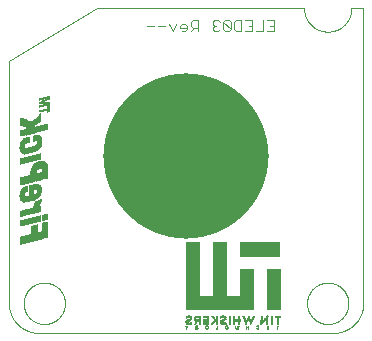
<source format=gbo>
G75*
%MOIN*%
%OFA0B0*%
%FSLAX25Y25*%
%IPPOS*%
%LPD*%
%AMOC8*
5,1,8,0,0,1.08239X$1,22.5*
%
%ADD10C,0.00000*%
%ADD11C,0.55118*%
%ADD12C,0.00400*%
%ADD13R,0.00038X0.00722*%
%ADD14R,0.00038X0.00798*%
%ADD15R,0.00038X0.01520*%
%ADD16R,0.00038X0.01444*%
%ADD17R,0.00038X0.01938*%
%ADD18R,0.00038X0.01900*%
%ADD19R,0.00038X0.02242*%
%ADD20R,0.00038X0.02204*%
%ADD21R,0.00038X0.02356*%
%ADD22R,0.00038X0.02204*%
%ADD23R,0.00038X0.02508*%
%ADD24R,0.00038X0.02470*%
%ADD25R,0.00038X0.02432*%
%ADD26R,0.00038X0.02736*%
%ADD27R,0.00038X0.02660*%
%ADD28R,0.00038X0.02926*%
%ADD29R,0.00038X0.02850*%
%ADD30R,0.00038X0.02356*%
%ADD31R,0.00038X0.03078*%
%ADD32R,0.00038X0.03002*%
%ADD33R,0.00038X0.03192*%
%ADD34R,0.00038X0.03344*%
%ADD35R,0.00038X0.02242*%
%ADD36R,0.00038X0.03306*%
%ADD37R,0.00038X0.03458*%
%ADD38R,0.00038X0.03572*%
%ADD39R,0.00038X0.03686*%
%ADD40R,0.00038X0.03800*%
%ADD41R,0.00038X0.03762*%
%ADD42R,0.00038X0.02394*%
%ADD43R,0.00038X0.03876*%
%ADD44R,0.00038X0.03876*%
%ADD45R,0.00038X0.03952*%
%ADD46R,0.00038X0.04028*%
%ADD47R,0.00038X0.04104*%
%ADD48R,0.00038X0.04142*%
%ADD49R,0.00038X0.04218*%
%ADD50R,0.00038X0.04256*%
%ADD51R,0.00038X0.04332*%
%ADD52R,0.00038X0.04370*%
%ADD53R,0.00038X0.04446*%
%ADD54R,0.00038X0.04484*%
%ADD55R,0.00038X0.02318*%
%ADD56R,0.00038X0.04560*%
%ADD57R,0.00038X0.04598*%
%ADD58R,0.00038X0.04636*%
%ADD59R,0.00038X0.04674*%
%ADD60R,0.00038X0.04712*%
%ADD61R,0.00038X0.04750*%
%ADD62R,0.00038X0.04788*%
%ADD63R,0.00038X0.04826*%
%ADD64R,0.00038X0.04864*%
%ADD65R,0.00038X0.04902*%
%ADD66R,0.00038X0.04940*%
%ADD67R,0.00038X0.04978*%
%ADD68R,0.00038X0.05054*%
%ADD69R,0.00038X0.05016*%
%ADD70R,0.00038X0.02318*%
%ADD71R,0.00038X0.05092*%
%ADD72R,0.00038X0.02166*%
%ADD73R,0.00038X0.05130*%
%ADD74R,0.00038X0.02128*%
%ADD75R,0.00038X0.05168*%
%ADD76R,0.00038X0.02090*%
%ADD77R,0.00038X0.02470*%
%ADD78R,0.00038X0.02052*%
%ADD79R,0.00038X0.02280*%
%ADD80R,0.00038X0.02014*%
%ADD81R,0.00038X0.02128*%
%ADD82R,0.00038X0.02090*%
%ADD83R,0.00038X0.02546*%
%ADD84R,0.00038X0.02014*%
%ADD85R,0.00038X0.04712*%
%ADD86R,0.00038X0.05586*%
%ADD87R,0.00038X0.04522*%
%ADD88R,0.00038X0.04408*%
%ADD89R,0.00038X0.03990*%
%ADD90R,0.00038X0.04180*%
%ADD91R,0.00038X0.04826*%
%ADD92R,0.00038X0.05548*%
%ADD93R,0.00038X0.04940*%
%ADD94R,0.00038X0.04142*%
%ADD95R,0.00038X0.05548*%
%ADD96R,0.00038X0.05244*%
%ADD97R,0.00038X0.04066*%
%ADD98R,0.00038X0.05282*%
%ADD99R,0.00038X0.05320*%
%ADD100R,0.00038X0.05358*%
%ADD101R,0.00038X0.05434*%
%ADD102R,0.00038X0.05510*%
%ADD103R,0.00038X0.05472*%
%ADD104R,0.00038X0.04294*%
%ADD105R,0.00038X0.05624*%
%ADD106R,0.00038X0.05662*%
%ADD107R,0.00038X0.04370*%
%ADD108R,0.00038X0.05168*%
%ADD109R,0.00038X0.05700*%
%ADD110R,0.00038X0.05738*%
%ADD111R,0.00038X0.02622*%
%ADD112R,0.00038X0.05776*%
%ADD113R,0.00038X0.05814*%
%ADD114R,0.00038X0.05814*%
%ADD115R,0.00038X0.05852*%
%ADD116R,0.00038X0.03154*%
%ADD117R,0.00038X0.01976*%
%ADD118R,0.00038X0.05890*%
%ADD119R,0.00038X0.00152*%
%ADD120R,0.00038X0.05928*%
%ADD121R,0.00038X0.05966*%
%ADD122R,0.00038X0.06004*%
%ADD123R,0.00038X0.06004*%
%ADD124R,0.00038X0.06042*%
%ADD125R,0.00038X0.02774*%
%ADD126R,0.00038X0.02584*%
%ADD127R,0.00038X0.05092*%
%ADD128R,0.00038X0.04864*%
%ADD129R,0.00038X0.05054*%
%ADD130R,0.00038X0.04978*%
%ADD131R,0.00038X0.01862*%
%ADD132R,0.00038X0.01824*%
%ADD133R,0.00038X0.01786*%
%ADD134R,0.00038X0.01748*%
%ADD135R,0.00038X0.01710*%
%ADD136R,0.00038X0.01672*%
%ADD137R,0.00038X0.01634*%
%ADD138R,0.00038X0.00836*%
%ADD139R,0.00038X0.00608*%
%ADD140R,0.00038X0.01596*%
%ADD141R,0.00038X0.00646*%
%ADD142R,0.00038X0.04256*%
%ADD143R,0.00038X0.00760*%
%ADD144R,0.00038X0.03838*%
%ADD145R,0.00038X0.00684*%
%ADD146R,0.00038X0.01482*%
%ADD147R,0.00038X0.03724*%
%ADD148R,0.00038X0.04104*%
%ADD149R,0.00038X0.03648*%
%ADD150R,0.00038X0.00798*%
%ADD151R,0.00038X0.03534*%
%ADD152R,0.00038X0.00684*%
%ADD153R,0.00038X0.01368*%
%ADD154R,0.00038X0.03382*%
%ADD155R,0.00038X0.01330*%
%ADD156R,0.00038X0.03762*%
%ADD157R,0.00038X0.01292*%
%ADD158R,0.00038X0.01254*%
%ADD159R,0.00038X0.01178*%
%ADD160R,0.00038X0.03420*%
%ADD161R,0.00038X0.01140*%
%ADD162R,0.00038X0.03306*%
%ADD163R,0.00038X0.01064*%
%ADD164R,0.00038X0.00988*%
%ADD165R,0.00038X0.00874*%
%ADD166R,0.00038X0.02812*%
%ADD167R,0.00038X0.02584*%
%ADD168R,0.00038X0.00532*%
%ADD169R,0.00038X0.01520*%
%ADD170R,0.00038X0.00912*%
%ADD171R,0.00038X0.00950*%
%ADD172R,0.00038X0.00912*%
%ADD173R,0.00038X0.01026*%
%ADD174R,0.00038X0.05320*%
%ADD175R,0.00038X0.01102*%
%ADD176R,0.00038X0.05890*%
%ADD177R,0.00038X0.00570*%
%ADD178R,0.00038X0.05662*%
%ADD179R,0.00038X0.05396*%
%ADD180R,0.00038X0.00570*%
%ADD181R,0.00038X0.05206*%
%ADD182R,0.00038X0.01292*%
%ADD183R,0.00038X0.01216*%
%ADD184R,0.00038X0.03914*%
%ADD185R,0.00038X0.01140*%
%ADD186R,0.00250X0.00050*%
%ADD187R,0.00850X0.00050*%
%ADD188R,0.00550X0.00050*%
%ADD189R,0.00350X0.00050*%
%ADD190R,0.00450X0.00050*%
%ADD191R,0.00200X0.00050*%
%ADD192R,0.00700X0.00050*%
%ADD193R,0.00600X0.00050*%
%ADD194R,0.00800X0.00050*%
%ADD195R,0.00400X0.00050*%
%ADD196R,0.00900X0.00050*%
%ADD197R,0.00300X0.00050*%
%ADD198R,0.00500X0.00050*%
%ADD199R,0.01000X0.00050*%
%ADD200R,0.00950X0.00050*%
%ADD201R,0.00750X0.00050*%
%ADD202R,0.00150X0.00050*%
%ADD203R,0.00100X0.00050*%
%ADD204R,0.00650X0.00050*%
%ADD205R,0.01050X0.00050*%
%ADD206R,0.02050X0.00050*%
%ADD207R,0.01300X0.00050*%
%ADD208R,0.01350X0.00050*%
%ADD209R,0.01550X0.00050*%
%ADD210R,0.01750X0.00050*%
%ADD211R,0.01900X0.00050*%
%ADD212R,0.02000X0.00050*%
%ADD213R,0.01100X0.00050*%
%ADD214R,0.01150X0.00050*%
%ADD215R,0.01200X0.00050*%
%ADD216R,0.01700X0.00050*%
%ADD217R,0.01250X0.00050*%
%ADD218R,0.01650X0.00050*%
%ADD219R,0.02400X0.00050*%
%ADD220R,0.01400X0.00050*%
%ADD221R,0.01500X0.00050*%
%ADD222R,0.01800X0.00050*%
%ADD223R,0.01450X0.00050*%
%ADD224R,0.01850X0.00050*%
%ADD225R,0.01950X0.00050*%
%ADD226R,0.02100X0.00050*%
%ADD227R,0.01600X0.00050*%
%ADD228R,0.02150X0.00050*%
%ADD229R,0.02200X0.00050*%
%ADD230R,0.04550X0.00050*%
%ADD231R,0.22600X0.00050*%
%ADD232R,0.04600X0.00050*%
%ADD233R,0.04500X0.00050*%
%ADD234R,0.13600X0.00050*%
%ADD235R,0.13550X0.00050*%
D10*
X0013205Y0005000D02*
X0111630Y0005000D01*
X0111868Y0005003D01*
X0112106Y0005011D01*
X0112343Y0005026D01*
X0112580Y0005046D01*
X0112816Y0005072D01*
X0113052Y0005103D01*
X0113287Y0005140D01*
X0113521Y0005183D01*
X0113754Y0005232D01*
X0113986Y0005286D01*
X0114216Y0005346D01*
X0114445Y0005411D01*
X0114672Y0005482D01*
X0114897Y0005558D01*
X0115120Y0005640D01*
X0115342Y0005727D01*
X0115561Y0005819D01*
X0115778Y0005917D01*
X0115992Y0006019D01*
X0116204Y0006127D01*
X0116414Y0006241D01*
X0116620Y0006359D01*
X0116824Y0006482D01*
X0117024Y0006610D01*
X0117221Y0006742D01*
X0117416Y0006880D01*
X0117606Y0007022D01*
X0117794Y0007169D01*
X0117977Y0007320D01*
X0118157Y0007475D01*
X0118333Y0007635D01*
X0118505Y0007799D01*
X0118674Y0007968D01*
X0118838Y0008140D01*
X0118998Y0008316D01*
X0119153Y0008496D01*
X0119304Y0008679D01*
X0119451Y0008867D01*
X0119593Y0009057D01*
X0119731Y0009252D01*
X0119863Y0009449D01*
X0119991Y0009649D01*
X0120114Y0009853D01*
X0120232Y0010059D01*
X0120346Y0010269D01*
X0120454Y0010481D01*
X0120556Y0010695D01*
X0120654Y0010912D01*
X0120746Y0011131D01*
X0120833Y0011353D01*
X0120915Y0011576D01*
X0120991Y0011801D01*
X0121062Y0012028D01*
X0121127Y0012257D01*
X0121187Y0012487D01*
X0121241Y0012719D01*
X0121290Y0012952D01*
X0121333Y0013186D01*
X0121370Y0013421D01*
X0121401Y0013657D01*
X0121427Y0013893D01*
X0121447Y0014130D01*
X0121462Y0014367D01*
X0121470Y0014605D01*
X0121473Y0014843D01*
X0121472Y0014843D02*
X0121472Y0113268D01*
X0117535Y0113268D01*
X0117533Y0113076D01*
X0117526Y0112885D01*
X0117514Y0112693D01*
X0117498Y0112502D01*
X0117477Y0112312D01*
X0117451Y0112122D01*
X0117421Y0111932D01*
X0117386Y0111744D01*
X0117347Y0111556D01*
X0117303Y0111369D01*
X0117254Y0111184D01*
X0117201Y0111000D01*
X0117144Y0110817D01*
X0117082Y0110635D01*
X0117015Y0110455D01*
X0116945Y0110277D01*
X0116870Y0110100D01*
X0116790Y0109926D01*
X0116707Y0109753D01*
X0116619Y0109583D01*
X0116528Y0109414D01*
X0116432Y0109248D01*
X0116332Y0109085D01*
X0116228Y0108923D01*
X0116120Y0108765D01*
X0116009Y0108609D01*
X0115893Y0108456D01*
X0115774Y0108305D01*
X0115652Y0108158D01*
X0115525Y0108014D01*
X0115396Y0107872D01*
X0115263Y0107734D01*
X0115126Y0107599D01*
X0114986Y0107468D01*
X0114844Y0107340D01*
X0114698Y0107216D01*
X0114549Y0107095D01*
X0114397Y0106978D01*
X0114243Y0106864D01*
X0114085Y0106754D01*
X0113925Y0106649D01*
X0113763Y0106547D01*
X0113598Y0106449D01*
X0113431Y0106355D01*
X0113261Y0106265D01*
X0113090Y0106180D01*
X0112916Y0106098D01*
X0112741Y0106021D01*
X0112563Y0105948D01*
X0112384Y0105880D01*
X0112203Y0105816D01*
X0112021Y0105756D01*
X0111838Y0105701D01*
X0111653Y0105650D01*
X0111467Y0105604D01*
X0111279Y0105562D01*
X0111091Y0105525D01*
X0110902Y0105492D01*
X0110713Y0105465D01*
X0110522Y0105441D01*
X0110331Y0105423D01*
X0110140Y0105409D01*
X0109949Y0105399D01*
X0109757Y0105395D01*
X0109565Y0105395D01*
X0109373Y0105399D01*
X0109182Y0105409D01*
X0108991Y0105423D01*
X0108800Y0105441D01*
X0108609Y0105465D01*
X0108420Y0105492D01*
X0108231Y0105525D01*
X0108043Y0105562D01*
X0107855Y0105604D01*
X0107669Y0105650D01*
X0107484Y0105701D01*
X0107301Y0105756D01*
X0107119Y0105816D01*
X0106938Y0105880D01*
X0106759Y0105948D01*
X0106581Y0106021D01*
X0106406Y0106098D01*
X0106232Y0106180D01*
X0106061Y0106265D01*
X0105891Y0106355D01*
X0105724Y0106449D01*
X0105559Y0106547D01*
X0105397Y0106649D01*
X0105237Y0106754D01*
X0105079Y0106864D01*
X0104925Y0106978D01*
X0104773Y0107095D01*
X0104624Y0107216D01*
X0104478Y0107340D01*
X0104336Y0107468D01*
X0104196Y0107599D01*
X0104059Y0107734D01*
X0103926Y0107872D01*
X0103797Y0108014D01*
X0103670Y0108158D01*
X0103548Y0108305D01*
X0103429Y0108456D01*
X0103313Y0108609D01*
X0103202Y0108765D01*
X0103094Y0108923D01*
X0102990Y0109085D01*
X0102890Y0109248D01*
X0102794Y0109414D01*
X0102703Y0109583D01*
X0102615Y0109753D01*
X0102532Y0109926D01*
X0102452Y0110100D01*
X0102377Y0110277D01*
X0102307Y0110455D01*
X0102240Y0110635D01*
X0102178Y0110817D01*
X0102121Y0111000D01*
X0102068Y0111184D01*
X0102019Y0111369D01*
X0101975Y0111556D01*
X0101936Y0111744D01*
X0101901Y0111932D01*
X0101871Y0112122D01*
X0101845Y0112312D01*
X0101824Y0112502D01*
X0101808Y0112693D01*
X0101796Y0112885D01*
X0101789Y0113076D01*
X0101787Y0113268D01*
X0032890Y0113268D01*
X0003362Y0095551D01*
X0003362Y0014843D01*
X0003365Y0014605D01*
X0003373Y0014367D01*
X0003388Y0014130D01*
X0003408Y0013893D01*
X0003434Y0013657D01*
X0003465Y0013421D01*
X0003502Y0013186D01*
X0003545Y0012952D01*
X0003594Y0012719D01*
X0003648Y0012487D01*
X0003708Y0012257D01*
X0003773Y0012028D01*
X0003844Y0011801D01*
X0003920Y0011576D01*
X0004002Y0011353D01*
X0004089Y0011131D01*
X0004181Y0010912D01*
X0004279Y0010695D01*
X0004381Y0010481D01*
X0004489Y0010269D01*
X0004603Y0010059D01*
X0004721Y0009853D01*
X0004844Y0009649D01*
X0004972Y0009449D01*
X0005104Y0009252D01*
X0005242Y0009057D01*
X0005384Y0008867D01*
X0005531Y0008679D01*
X0005682Y0008496D01*
X0005837Y0008316D01*
X0005997Y0008140D01*
X0006161Y0007968D01*
X0006330Y0007799D01*
X0006502Y0007635D01*
X0006678Y0007475D01*
X0006858Y0007320D01*
X0007041Y0007169D01*
X0007229Y0007022D01*
X0007419Y0006880D01*
X0007614Y0006742D01*
X0007811Y0006610D01*
X0008011Y0006482D01*
X0008215Y0006359D01*
X0008421Y0006241D01*
X0008631Y0006127D01*
X0008843Y0006019D01*
X0009057Y0005917D01*
X0009274Y0005819D01*
X0009493Y0005727D01*
X0009715Y0005640D01*
X0009938Y0005558D01*
X0010163Y0005482D01*
X0010390Y0005411D01*
X0010619Y0005346D01*
X0010849Y0005286D01*
X0011081Y0005232D01*
X0011314Y0005183D01*
X0011548Y0005140D01*
X0011783Y0005103D01*
X0012019Y0005072D01*
X0012255Y0005046D01*
X0012492Y0005026D01*
X0012729Y0005011D01*
X0012967Y0005003D01*
X0013205Y0005000D01*
X0008283Y0014843D02*
X0008285Y0015012D01*
X0008291Y0015181D01*
X0008302Y0015350D01*
X0008316Y0015518D01*
X0008335Y0015686D01*
X0008358Y0015854D01*
X0008384Y0016021D01*
X0008415Y0016187D01*
X0008450Y0016353D01*
X0008489Y0016517D01*
X0008533Y0016681D01*
X0008580Y0016843D01*
X0008631Y0017004D01*
X0008686Y0017164D01*
X0008745Y0017323D01*
X0008807Y0017480D01*
X0008874Y0017635D01*
X0008945Y0017789D01*
X0009019Y0017941D01*
X0009097Y0018091D01*
X0009178Y0018239D01*
X0009263Y0018385D01*
X0009352Y0018529D01*
X0009444Y0018671D01*
X0009540Y0018810D01*
X0009639Y0018947D01*
X0009741Y0019082D01*
X0009847Y0019214D01*
X0009956Y0019343D01*
X0010068Y0019470D01*
X0010183Y0019594D01*
X0010301Y0019715D01*
X0010422Y0019833D01*
X0010546Y0019948D01*
X0010673Y0020060D01*
X0010802Y0020169D01*
X0010934Y0020275D01*
X0011069Y0020377D01*
X0011206Y0020476D01*
X0011345Y0020572D01*
X0011487Y0020664D01*
X0011631Y0020753D01*
X0011777Y0020838D01*
X0011925Y0020919D01*
X0012075Y0020997D01*
X0012227Y0021071D01*
X0012381Y0021142D01*
X0012536Y0021209D01*
X0012693Y0021271D01*
X0012852Y0021330D01*
X0013012Y0021385D01*
X0013173Y0021436D01*
X0013335Y0021483D01*
X0013499Y0021527D01*
X0013663Y0021566D01*
X0013829Y0021601D01*
X0013995Y0021632D01*
X0014162Y0021658D01*
X0014330Y0021681D01*
X0014498Y0021700D01*
X0014666Y0021714D01*
X0014835Y0021725D01*
X0015004Y0021731D01*
X0015173Y0021733D01*
X0015342Y0021731D01*
X0015511Y0021725D01*
X0015680Y0021714D01*
X0015848Y0021700D01*
X0016016Y0021681D01*
X0016184Y0021658D01*
X0016351Y0021632D01*
X0016517Y0021601D01*
X0016683Y0021566D01*
X0016847Y0021527D01*
X0017011Y0021483D01*
X0017173Y0021436D01*
X0017334Y0021385D01*
X0017494Y0021330D01*
X0017653Y0021271D01*
X0017810Y0021209D01*
X0017965Y0021142D01*
X0018119Y0021071D01*
X0018271Y0020997D01*
X0018421Y0020919D01*
X0018569Y0020838D01*
X0018715Y0020753D01*
X0018859Y0020664D01*
X0019001Y0020572D01*
X0019140Y0020476D01*
X0019277Y0020377D01*
X0019412Y0020275D01*
X0019544Y0020169D01*
X0019673Y0020060D01*
X0019800Y0019948D01*
X0019924Y0019833D01*
X0020045Y0019715D01*
X0020163Y0019594D01*
X0020278Y0019470D01*
X0020390Y0019343D01*
X0020499Y0019214D01*
X0020605Y0019082D01*
X0020707Y0018947D01*
X0020806Y0018810D01*
X0020902Y0018671D01*
X0020994Y0018529D01*
X0021083Y0018385D01*
X0021168Y0018239D01*
X0021249Y0018091D01*
X0021327Y0017941D01*
X0021401Y0017789D01*
X0021472Y0017635D01*
X0021539Y0017480D01*
X0021601Y0017323D01*
X0021660Y0017164D01*
X0021715Y0017004D01*
X0021766Y0016843D01*
X0021813Y0016681D01*
X0021857Y0016517D01*
X0021896Y0016353D01*
X0021931Y0016187D01*
X0021962Y0016021D01*
X0021988Y0015854D01*
X0022011Y0015686D01*
X0022030Y0015518D01*
X0022044Y0015350D01*
X0022055Y0015181D01*
X0022061Y0015012D01*
X0022063Y0014843D01*
X0022061Y0014674D01*
X0022055Y0014505D01*
X0022044Y0014336D01*
X0022030Y0014168D01*
X0022011Y0014000D01*
X0021988Y0013832D01*
X0021962Y0013665D01*
X0021931Y0013499D01*
X0021896Y0013333D01*
X0021857Y0013169D01*
X0021813Y0013005D01*
X0021766Y0012843D01*
X0021715Y0012682D01*
X0021660Y0012522D01*
X0021601Y0012363D01*
X0021539Y0012206D01*
X0021472Y0012051D01*
X0021401Y0011897D01*
X0021327Y0011745D01*
X0021249Y0011595D01*
X0021168Y0011447D01*
X0021083Y0011301D01*
X0020994Y0011157D01*
X0020902Y0011015D01*
X0020806Y0010876D01*
X0020707Y0010739D01*
X0020605Y0010604D01*
X0020499Y0010472D01*
X0020390Y0010343D01*
X0020278Y0010216D01*
X0020163Y0010092D01*
X0020045Y0009971D01*
X0019924Y0009853D01*
X0019800Y0009738D01*
X0019673Y0009626D01*
X0019544Y0009517D01*
X0019412Y0009411D01*
X0019277Y0009309D01*
X0019140Y0009210D01*
X0019001Y0009114D01*
X0018859Y0009022D01*
X0018715Y0008933D01*
X0018569Y0008848D01*
X0018421Y0008767D01*
X0018271Y0008689D01*
X0018119Y0008615D01*
X0017965Y0008544D01*
X0017810Y0008477D01*
X0017653Y0008415D01*
X0017494Y0008356D01*
X0017334Y0008301D01*
X0017173Y0008250D01*
X0017011Y0008203D01*
X0016847Y0008159D01*
X0016683Y0008120D01*
X0016517Y0008085D01*
X0016351Y0008054D01*
X0016184Y0008028D01*
X0016016Y0008005D01*
X0015848Y0007986D01*
X0015680Y0007972D01*
X0015511Y0007961D01*
X0015342Y0007955D01*
X0015173Y0007953D01*
X0015004Y0007955D01*
X0014835Y0007961D01*
X0014666Y0007972D01*
X0014498Y0007986D01*
X0014330Y0008005D01*
X0014162Y0008028D01*
X0013995Y0008054D01*
X0013829Y0008085D01*
X0013663Y0008120D01*
X0013499Y0008159D01*
X0013335Y0008203D01*
X0013173Y0008250D01*
X0013012Y0008301D01*
X0012852Y0008356D01*
X0012693Y0008415D01*
X0012536Y0008477D01*
X0012381Y0008544D01*
X0012227Y0008615D01*
X0012075Y0008689D01*
X0011925Y0008767D01*
X0011777Y0008848D01*
X0011631Y0008933D01*
X0011487Y0009022D01*
X0011345Y0009114D01*
X0011206Y0009210D01*
X0011069Y0009309D01*
X0010934Y0009411D01*
X0010802Y0009517D01*
X0010673Y0009626D01*
X0010546Y0009738D01*
X0010422Y0009853D01*
X0010301Y0009971D01*
X0010183Y0010092D01*
X0010068Y0010216D01*
X0009956Y0010343D01*
X0009847Y0010472D01*
X0009741Y0010604D01*
X0009639Y0010739D01*
X0009540Y0010876D01*
X0009444Y0011015D01*
X0009352Y0011157D01*
X0009263Y0011301D01*
X0009178Y0011447D01*
X0009097Y0011595D01*
X0009019Y0011745D01*
X0008945Y0011897D01*
X0008874Y0012051D01*
X0008807Y0012206D01*
X0008745Y0012363D01*
X0008686Y0012522D01*
X0008631Y0012682D01*
X0008580Y0012843D01*
X0008533Y0013005D01*
X0008489Y0013169D01*
X0008450Y0013333D01*
X0008415Y0013499D01*
X0008384Y0013665D01*
X0008358Y0013832D01*
X0008335Y0014000D01*
X0008316Y0014168D01*
X0008302Y0014336D01*
X0008291Y0014505D01*
X0008285Y0014674D01*
X0008283Y0014843D01*
X0102771Y0014843D02*
X0102773Y0015012D01*
X0102779Y0015181D01*
X0102790Y0015350D01*
X0102804Y0015518D01*
X0102823Y0015686D01*
X0102846Y0015854D01*
X0102872Y0016021D01*
X0102903Y0016187D01*
X0102938Y0016353D01*
X0102977Y0016517D01*
X0103021Y0016681D01*
X0103068Y0016843D01*
X0103119Y0017004D01*
X0103174Y0017164D01*
X0103233Y0017323D01*
X0103295Y0017480D01*
X0103362Y0017635D01*
X0103433Y0017789D01*
X0103507Y0017941D01*
X0103585Y0018091D01*
X0103666Y0018239D01*
X0103751Y0018385D01*
X0103840Y0018529D01*
X0103932Y0018671D01*
X0104028Y0018810D01*
X0104127Y0018947D01*
X0104229Y0019082D01*
X0104335Y0019214D01*
X0104444Y0019343D01*
X0104556Y0019470D01*
X0104671Y0019594D01*
X0104789Y0019715D01*
X0104910Y0019833D01*
X0105034Y0019948D01*
X0105161Y0020060D01*
X0105290Y0020169D01*
X0105422Y0020275D01*
X0105557Y0020377D01*
X0105694Y0020476D01*
X0105833Y0020572D01*
X0105975Y0020664D01*
X0106119Y0020753D01*
X0106265Y0020838D01*
X0106413Y0020919D01*
X0106563Y0020997D01*
X0106715Y0021071D01*
X0106869Y0021142D01*
X0107024Y0021209D01*
X0107181Y0021271D01*
X0107340Y0021330D01*
X0107500Y0021385D01*
X0107661Y0021436D01*
X0107823Y0021483D01*
X0107987Y0021527D01*
X0108151Y0021566D01*
X0108317Y0021601D01*
X0108483Y0021632D01*
X0108650Y0021658D01*
X0108818Y0021681D01*
X0108986Y0021700D01*
X0109154Y0021714D01*
X0109323Y0021725D01*
X0109492Y0021731D01*
X0109661Y0021733D01*
X0109830Y0021731D01*
X0109999Y0021725D01*
X0110168Y0021714D01*
X0110336Y0021700D01*
X0110504Y0021681D01*
X0110672Y0021658D01*
X0110839Y0021632D01*
X0111005Y0021601D01*
X0111171Y0021566D01*
X0111335Y0021527D01*
X0111499Y0021483D01*
X0111661Y0021436D01*
X0111822Y0021385D01*
X0111982Y0021330D01*
X0112141Y0021271D01*
X0112298Y0021209D01*
X0112453Y0021142D01*
X0112607Y0021071D01*
X0112759Y0020997D01*
X0112909Y0020919D01*
X0113057Y0020838D01*
X0113203Y0020753D01*
X0113347Y0020664D01*
X0113489Y0020572D01*
X0113628Y0020476D01*
X0113765Y0020377D01*
X0113900Y0020275D01*
X0114032Y0020169D01*
X0114161Y0020060D01*
X0114288Y0019948D01*
X0114412Y0019833D01*
X0114533Y0019715D01*
X0114651Y0019594D01*
X0114766Y0019470D01*
X0114878Y0019343D01*
X0114987Y0019214D01*
X0115093Y0019082D01*
X0115195Y0018947D01*
X0115294Y0018810D01*
X0115390Y0018671D01*
X0115482Y0018529D01*
X0115571Y0018385D01*
X0115656Y0018239D01*
X0115737Y0018091D01*
X0115815Y0017941D01*
X0115889Y0017789D01*
X0115960Y0017635D01*
X0116027Y0017480D01*
X0116089Y0017323D01*
X0116148Y0017164D01*
X0116203Y0017004D01*
X0116254Y0016843D01*
X0116301Y0016681D01*
X0116345Y0016517D01*
X0116384Y0016353D01*
X0116419Y0016187D01*
X0116450Y0016021D01*
X0116476Y0015854D01*
X0116499Y0015686D01*
X0116518Y0015518D01*
X0116532Y0015350D01*
X0116543Y0015181D01*
X0116549Y0015012D01*
X0116551Y0014843D01*
X0116549Y0014674D01*
X0116543Y0014505D01*
X0116532Y0014336D01*
X0116518Y0014168D01*
X0116499Y0014000D01*
X0116476Y0013832D01*
X0116450Y0013665D01*
X0116419Y0013499D01*
X0116384Y0013333D01*
X0116345Y0013169D01*
X0116301Y0013005D01*
X0116254Y0012843D01*
X0116203Y0012682D01*
X0116148Y0012522D01*
X0116089Y0012363D01*
X0116027Y0012206D01*
X0115960Y0012051D01*
X0115889Y0011897D01*
X0115815Y0011745D01*
X0115737Y0011595D01*
X0115656Y0011447D01*
X0115571Y0011301D01*
X0115482Y0011157D01*
X0115390Y0011015D01*
X0115294Y0010876D01*
X0115195Y0010739D01*
X0115093Y0010604D01*
X0114987Y0010472D01*
X0114878Y0010343D01*
X0114766Y0010216D01*
X0114651Y0010092D01*
X0114533Y0009971D01*
X0114412Y0009853D01*
X0114288Y0009738D01*
X0114161Y0009626D01*
X0114032Y0009517D01*
X0113900Y0009411D01*
X0113765Y0009309D01*
X0113628Y0009210D01*
X0113489Y0009114D01*
X0113347Y0009022D01*
X0113203Y0008933D01*
X0113057Y0008848D01*
X0112909Y0008767D01*
X0112759Y0008689D01*
X0112607Y0008615D01*
X0112453Y0008544D01*
X0112298Y0008477D01*
X0112141Y0008415D01*
X0111982Y0008356D01*
X0111822Y0008301D01*
X0111661Y0008250D01*
X0111499Y0008203D01*
X0111335Y0008159D01*
X0111171Y0008120D01*
X0111005Y0008085D01*
X0110839Y0008054D01*
X0110672Y0008028D01*
X0110504Y0008005D01*
X0110336Y0007986D01*
X0110168Y0007972D01*
X0109999Y0007961D01*
X0109830Y0007955D01*
X0109661Y0007953D01*
X0109492Y0007955D01*
X0109323Y0007961D01*
X0109154Y0007972D01*
X0108986Y0007986D01*
X0108818Y0008005D01*
X0108650Y0008028D01*
X0108483Y0008054D01*
X0108317Y0008085D01*
X0108151Y0008120D01*
X0107987Y0008159D01*
X0107823Y0008203D01*
X0107661Y0008250D01*
X0107500Y0008301D01*
X0107340Y0008356D01*
X0107181Y0008415D01*
X0107024Y0008477D01*
X0106869Y0008544D01*
X0106715Y0008615D01*
X0106563Y0008689D01*
X0106413Y0008767D01*
X0106265Y0008848D01*
X0106119Y0008933D01*
X0105975Y0009022D01*
X0105833Y0009114D01*
X0105694Y0009210D01*
X0105557Y0009309D01*
X0105422Y0009411D01*
X0105290Y0009517D01*
X0105161Y0009626D01*
X0105034Y0009738D01*
X0104910Y0009853D01*
X0104789Y0009971D01*
X0104671Y0010092D01*
X0104556Y0010216D01*
X0104444Y0010343D01*
X0104335Y0010472D01*
X0104229Y0010604D01*
X0104127Y0010739D01*
X0104028Y0010876D01*
X0103932Y0011015D01*
X0103840Y0011157D01*
X0103751Y0011301D01*
X0103666Y0011447D01*
X0103585Y0011595D01*
X0103507Y0011745D01*
X0103433Y0011897D01*
X0103362Y0012051D01*
X0103295Y0012206D01*
X0103233Y0012363D01*
X0103174Y0012522D01*
X0103119Y0012682D01*
X0103068Y0012843D01*
X0103021Y0013005D01*
X0102977Y0013169D01*
X0102938Y0013333D01*
X0102903Y0013499D01*
X0102872Y0013665D01*
X0102846Y0013832D01*
X0102823Y0014000D01*
X0102804Y0014168D01*
X0102790Y0014336D01*
X0102779Y0014505D01*
X0102773Y0014674D01*
X0102771Y0014843D01*
D11*
X0062417Y0064055D03*
D12*
X0062154Y0105594D02*
X0060974Y0105594D01*
X0062154Y0105594D02*
X0062744Y0106184D01*
X0062744Y0107364D01*
X0062154Y0107954D01*
X0060974Y0107954D01*
X0060384Y0107364D01*
X0060384Y0106774D01*
X0062744Y0106774D01*
X0064009Y0107364D02*
X0064009Y0108544D01*
X0064599Y0109134D01*
X0066369Y0109134D01*
X0066369Y0105594D01*
X0066369Y0106774D02*
X0064599Y0106774D01*
X0064009Y0107364D01*
X0065189Y0106774D02*
X0064009Y0105594D01*
X0059119Y0107954D02*
X0057939Y0105594D01*
X0056759Y0107954D01*
X0055494Y0107364D02*
X0053134Y0107364D01*
X0051868Y0107364D02*
X0049508Y0107364D01*
X0071259Y0107954D02*
X0071849Y0107364D01*
X0071259Y0106774D01*
X0071259Y0106184D01*
X0071849Y0105594D01*
X0073029Y0105594D01*
X0073619Y0106184D01*
X0074884Y0106184D02*
X0075474Y0105594D01*
X0076654Y0105594D01*
X0077244Y0106184D01*
X0074884Y0108544D01*
X0074884Y0106184D01*
X0077244Y0106184D02*
X0077244Y0108544D01*
X0076654Y0109134D01*
X0075474Y0109134D01*
X0074884Y0108544D01*
X0073619Y0108544D02*
X0073029Y0109134D01*
X0071849Y0109134D01*
X0071259Y0108544D01*
X0071259Y0107954D01*
X0071849Y0107364D02*
X0072439Y0107364D01*
X0078509Y0106184D02*
X0078509Y0108544D01*
X0079099Y0109134D01*
X0080869Y0109134D01*
X0080869Y0105594D01*
X0079099Y0105594D01*
X0078509Y0106184D01*
X0082135Y0105594D02*
X0084495Y0105594D01*
X0084495Y0109134D01*
X0082135Y0109134D01*
X0083315Y0107364D02*
X0084495Y0107364D01*
X0085760Y0105594D02*
X0088120Y0105594D01*
X0088120Y0109134D01*
X0089385Y0109134D02*
X0091745Y0109134D01*
X0091745Y0105594D01*
X0089385Y0105594D01*
X0090565Y0107364D02*
X0091745Y0107364D01*
D13*
X0015963Y0083320D03*
X0015925Y0083320D03*
X0015887Y0083320D03*
X0015811Y0083282D03*
X0015773Y0083282D03*
X0015735Y0083282D03*
X0015659Y0083244D03*
X0015621Y0083244D03*
X0015583Y0083244D03*
X0015507Y0083206D03*
X0015469Y0083206D03*
X0015431Y0083206D03*
X0015355Y0083168D03*
X0015317Y0083168D03*
X0015279Y0083168D03*
X0015203Y0083130D03*
X0015165Y0083130D03*
X0015127Y0083130D03*
X0015089Y0083130D03*
X0015051Y0083092D03*
X0015013Y0083092D03*
X0014975Y0083092D03*
X0014937Y0083092D03*
X0014899Y0083054D03*
X0014861Y0083054D03*
X0014823Y0083054D03*
X0014785Y0083054D03*
X0014747Y0083016D03*
X0014709Y0083016D03*
X0014671Y0083016D03*
X0014633Y0083016D03*
X0014595Y0082978D03*
X0014557Y0082978D03*
X0014519Y0082978D03*
X0014481Y0082978D03*
X0014443Y0082940D03*
X0014405Y0082940D03*
X0014367Y0082940D03*
X0014329Y0082940D03*
X0014291Y0082902D03*
X0014253Y0082902D03*
X0014215Y0082902D03*
X0014177Y0082902D03*
X0014101Y0082864D03*
X0014063Y0082864D03*
X0014025Y0082864D03*
X0013949Y0082826D03*
X0013911Y0082826D03*
X0013873Y0082826D03*
X0013797Y0082788D03*
X0013759Y0082788D03*
X0013721Y0082788D03*
X0014025Y0081686D03*
X0014063Y0081686D03*
X0014291Y0080584D03*
X0014329Y0080584D03*
X0014367Y0080584D03*
X0014443Y0080622D03*
X0014481Y0080622D03*
X0014519Y0080622D03*
X0014595Y0080660D03*
X0014633Y0080660D03*
X0014671Y0080660D03*
X0014747Y0080698D03*
X0014785Y0080698D03*
X0014823Y0080698D03*
X0014899Y0080736D03*
X0014937Y0080736D03*
X0014975Y0080736D03*
X0015051Y0080774D03*
X0015089Y0080774D03*
X0015127Y0080774D03*
X0015241Y0080812D03*
X0015279Y0080812D03*
X0015393Y0080850D03*
X0015431Y0080850D03*
X0015545Y0080888D03*
X0015583Y0080888D03*
X0015697Y0080926D03*
X0015735Y0080926D03*
X0015849Y0080964D03*
X0015887Y0080964D03*
X0016001Y0081002D03*
X0014215Y0080546D03*
X0014177Y0080546D03*
X0014139Y0080546D03*
X0014063Y0080508D03*
X0014025Y0080508D03*
X0013987Y0080508D03*
X0013911Y0080470D03*
X0013873Y0080470D03*
X0013835Y0080470D03*
X0013759Y0080432D03*
X0013721Y0080432D03*
X0007223Y0050564D03*
D14*
X0007223Y0066714D03*
X0013759Y0078836D03*
X0013797Y0078836D03*
X0013835Y0078836D03*
X0014063Y0078912D03*
X0014101Y0078912D03*
X0014139Y0078912D03*
X0014215Y0078950D03*
X0014253Y0078950D03*
X0014291Y0078950D03*
X0014519Y0079026D03*
X0014557Y0079026D03*
X0014595Y0079026D03*
X0014671Y0079064D03*
X0014709Y0079064D03*
X0014747Y0079064D03*
X0015013Y0079140D03*
X0015051Y0079140D03*
X0015165Y0079178D03*
X0015203Y0079178D03*
X0015469Y0079254D03*
X0015507Y0079254D03*
X0015925Y0079368D03*
X0015963Y0079368D03*
X0016229Y0079444D03*
X0016267Y0079444D03*
D15*
X0014329Y0052559D03*
X0013835Y0048531D03*
X0007261Y0050659D03*
D16*
X0013911Y0048569D03*
X0013949Y0048607D03*
X0007261Y0066771D03*
D17*
X0007299Y0050716D03*
X0013265Y0048170D03*
D18*
X0013303Y0048189D03*
X0013341Y0048227D03*
X0014291Y0052521D03*
X0007299Y0066809D03*
D19*
X0008895Y0065726D03*
X0008933Y0065726D03*
X0008971Y0065726D03*
X0009883Y0065764D03*
X0009921Y0065764D03*
X0010073Y0065802D03*
X0010111Y0065802D03*
X0010149Y0065802D03*
X0010415Y0065878D03*
X0010453Y0065878D03*
X0010491Y0065878D03*
X0010567Y0065916D03*
X0010605Y0065916D03*
X0010643Y0065916D03*
X0010681Y0065916D03*
X0010871Y0065992D03*
X0010909Y0065992D03*
X0010947Y0065992D03*
X0011023Y0066030D03*
X0011061Y0066030D03*
X0011099Y0066030D03*
X0011289Y0066106D03*
X0011327Y0066106D03*
X0011441Y0066144D03*
X0011555Y0066182D03*
X0012733Y0066676D03*
X0012771Y0066714D03*
X0012809Y0066752D03*
X0013645Y0063674D03*
X0013683Y0063674D03*
X0013797Y0063712D03*
X0013835Y0063712D03*
X0014101Y0063788D03*
X0014139Y0063788D03*
X0013379Y0063598D03*
X0013341Y0063598D03*
X0013227Y0063560D03*
X0013189Y0063560D03*
X0012923Y0063484D03*
X0012885Y0063484D03*
X0012771Y0063446D03*
X0012733Y0063446D03*
X0012619Y0063408D03*
X0012581Y0063408D03*
X0012467Y0063370D03*
X0012429Y0063370D03*
X0012315Y0063332D03*
X0012277Y0063332D03*
X0012163Y0063294D03*
X0012125Y0063294D03*
X0012011Y0063256D03*
X0011973Y0063256D03*
X0011707Y0063180D03*
X0011669Y0063180D03*
X0011555Y0063142D03*
X0011517Y0063142D03*
X0011251Y0063066D03*
X0011213Y0063066D03*
X0011099Y0063028D03*
X0011061Y0063028D03*
X0010795Y0062952D03*
X0010757Y0062952D03*
X0010643Y0062914D03*
X0010605Y0062914D03*
X0010491Y0062876D03*
X0010453Y0062876D03*
X0010339Y0062838D03*
X0010301Y0062838D03*
X0010035Y0062762D03*
X0009997Y0062762D03*
X0009883Y0062724D03*
X0009845Y0062724D03*
X0009579Y0062648D03*
X0009541Y0062648D03*
X0009427Y0062610D03*
X0009389Y0062610D03*
X0009123Y0062534D03*
X0009085Y0062534D03*
X0008971Y0062496D03*
X0008933Y0062496D03*
X0008819Y0062458D03*
X0008781Y0062458D03*
X0008667Y0062420D03*
X0008629Y0062420D03*
X0008515Y0062382D03*
X0008477Y0062382D03*
X0008363Y0062344D03*
X0008325Y0062344D03*
X0008211Y0062306D03*
X0008173Y0062306D03*
X0007907Y0062230D03*
X0007869Y0062230D03*
X0007755Y0062192D03*
X0007717Y0062192D03*
X0007451Y0062116D03*
X0007413Y0062116D03*
X0007413Y0071502D03*
X0007451Y0071502D03*
X0007717Y0071578D03*
X0007755Y0071578D03*
X0007869Y0071616D03*
X0007907Y0071616D03*
X0008173Y0071692D03*
X0008211Y0071692D03*
X0008325Y0071730D03*
X0008363Y0071730D03*
X0008629Y0071806D03*
X0008667Y0071806D03*
X0008781Y0071844D03*
X0008819Y0071844D03*
X0008933Y0071882D03*
X0008971Y0071882D03*
X0009085Y0071920D03*
X0009123Y0071920D03*
X0009199Y0071958D03*
X0012011Y0072642D03*
X0012049Y0072642D03*
X0012163Y0072680D03*
X0012201Y0072680D03*
X0012467Y0072756D03*
X0012505Y0072756D03*
X0012619Y0072794D03*
X0012657Y0072794D03*
X0012771Y0072832D03*
X0012809Y0072832D03*
X0012923Y0072870D03*
X0012961Y0072870D03*
X0013075Y0072908D03*
X0013113Y0072908D03*
X0013227Y0072946D03*
X0013265Y0072946D03*
X0013379Y0072984D03*
X0013417Y0072984D03*
X0013683Y0073060D03*
X0013721Y0073060D03*
X0013835Y0073098D03*
X0013873Y0073098D03*
X0014139Y0073174D03*
X0014177Y0073174D03*
X0014291Y0073212D03*
X0014329Y0073212D03*
X0014595Y0073288D03*
X0014633Y0073288D03*
X0014747Y0073326D03*
X0014785Y0073326D03*
X0014899Y0073364D03*
X0014937Y0073364D03*
X0015051Y0073402D03*
X0015089Y0073402D03*
X0015393Y0073478D03*
X0015545Y0073516D03*
X0015849Y0073592D03*
X0016001Y0073630D03*
X0016305Y0073706D03*
X0016457Y0073744D03*
X0012999Y0075796D03*
X0012961Y0075758D03*
X0012923Y0075720D03*
X0012809Y0075644D03*
X0012771Y0075606D03*
X0012695Y0075530D03*
X0012657Y0075492D03*
X0012391Y0075264D03*
X0014253Y0052502D03*
X0010415Y0049766D03*
X0010377Y0049766D03*
X0010263Y0049728D03*
X0010225Y0049728D03*
X0008667Y0049614D03*
X0008629Y0049652D03*
X0007337Y0050716D03*
X0008629Y0052464D03*
X0010453Y0045434D03*
X0010491Y0045434D03*
X0010339Y0045396D03*
X0010301Y0045396D03*
X0010187Y0045358D03*
X0010149Y0045358D03*
X0010035Y0045320D03*
X0009997Y0045320D03*
X0009883Y0045282D03*
X0009845Y0045282D03*
X0009731Y0045244D03*
X0009693Y0045244D03*
X0009579Y0045206D03*
X0009541Y0045206D03*
X0009275Y0045130D03*
X0009237Y0045130D03*
X0009123Y0045092D03*
X0009085Y0045092D03*
X0008819Y0045016D03*
X0008781Y0045016D03*
X0008667Y0044978D03*
X0008629Y0044978D03*
X0008363Y0044902D03*
X0008325Y0044902D03*
X0008211Y0044864D03*
X0008173Y0044864D03*
X0008059Y0044826D03*
X0008021Y0044826D03*
X0007907Y0044788D03*
X0007869Y0044788D03*
X0007603Y0044712D03*
X0007565Y0044712D03*
X0007451Y0044674D03*
X0007413Y0044674D03*
X0008021Y0041634D03*
X0008059Y0041634D03*
X0007907Y0041596D03*
X0007869Y0041596D03*
X0007755Y0041558D03*
X0007717Y0041558D03*
X0007603Y0041520D03*
X0007565Y0041520D03*
X0007451Y0041482D03*
X0007413Y0041482D03*
X0008325Y0041710D03*
X0008363Y0041710D03*
X0008477Y0041748D03*
X0008515Y0041748D03*
X0008781Y0041824D03*
X0008819Y0041824D03*
X0008933Y0041862D03*
X0008971Y0041862D03*
X0009237Y0041938D03*
X0009275Y0041938D03*
X0009389Y0041976D03*
X0009427Y0041976D03*
X0009541Y0042014D03*
X0009579Y0042014D03*
X0009693Y0042052D03*
X0009731Y0042052D03*
X0009997Y0042128D03*
X0010035Y0042128D03*
X0010149Y0042166D03*
X0010187Y0042166D03*
X0010453Y0042242D03*
X0010491Y0042242D03*
X0010605Y0042280D03*
X0010643Y0042280D03*
X0010909Y0042356D03*
X0010947Y0042356D03*
X0011061Y0042394D03*
X0011099Y0042394D03*
X0011213Y0042432D03*
X0011251Y0042432D03*
X0011365Y0042470D03*
X0011403Y0042470D03*
X0011517Y0042508D03*
X0011555Y0042508D03*
X0011669Y0042546D03*
X0011707Y0042546D03*
X0011821Y0042584D03*
X0011859Y0042584D03*
X0012125Y0042660D03*
X0012163Y0042660D03*
X0012277Y0042698D03*
X0012315Y0042698D03*
X0012581Y0042774D03*
X0012619Y0042774D03*
X0012733Y0042812D03*
X0012771Y0042812D03*
X0013037Y0042888D03*
X0013075Y0042888D03*
X0013189Y0042926D03*
X0013227Y0042926D03*
X0013341Y0042964D03*
X0013379Y0042964D03*
X0013493Y0043002D03*
X0013531Y0043002D03*
X0013797Y0043078D03*
X0013835Y0043078D03*
X0013949Y0043116D03*
X0013987Y0043116D03*
X0014747Y0043306D03*
X0014785Y0043306D03*
X0014899Y0043344D03*
X0014937Y0043344D03*
X0015051Y0043382D03*
X0015089Y0043382D03*
X0015203Y0043420D03*
X0015241Y0043420D03*
X0015355Y0043458D03*
X0015393Y0043458D03*
X0015507Y0043496D03*
X0015545Y0043496D03*
X0015659Y0043534D03*
X0015697Y0043534D03*
X0016001Y0043610D03*
X0016153Y0043648D03*
X0016457Y0043724D03*
X0011403Y0045662D03*
X0011365Y0045662D03*
X0011327Y0045662D03*
X0011251Y0045624D03*
X0011213Y0045624D03*
X0010947Y0045548D03*
X0010909Y0045548D03*
X0010795Y0045510D03*
X0010757Y0045510D03*
D20*
X0010719Y0045491D03*
X0010681Y0045491D03*
X0010567Y0045453D03*
X0010529Y0045453D03*
X0010415Y0045415D03*
X0010377Y0045415D03*
X0010111Y0045339D03*
X0010073Y0045339D03*
X0009959Y0045301D03*
X0009921Y0045301D03*
X0009655Y0045225D03*
X0009617Y0045225D03*
X0009503Y0045187D03*
X0009465Y0045187D03*
X0009351Y0045149D03*
X0009313Y0045149D03*
X0009199Y0045111D03*
X0009161Y0045111D03*
X0009047Y0045073D03*
X0009009Y0045073D03*
X0008895Y0045035D03*
X0008857Y0045035D03*
X0008743Y0044997D03*
X0008705Y0044997D03*
X0008591Y0044959D03*
X0008553Y0044959D03*
X0008439Y0044921D03*
X0008401Y0044921D03*
X0008287Y0044883D03*
X0008249Y0044883D03*
X0007983Y0044807D03*
X0007945Y0044807D03*
X0007831Y0044769D03*
X0007793Y0044769D03*
X0007679Y0044731D03*
X0007641Y0044731D03*
X0007527Y0044693D03*
X0007489Y0044693D03*
X0007375Y0044655D03*
X0008097Y0041653D03*
X0008135Y0041653D03*
X0008249Y0041691D03*
X0008287Y0041691D03*
X0008401Y0041729D03*
X0008439Y0041729D03*
X0008553Y0041767D03*
X0008591Y0041767D03*
X0008705Y0041805D03*
X0008743Y0041805D03*
X0008857Y0041843D03*
X0008895Y0041843D03*
X0009009Y0041881D03*
X0009047Y0041881D03*
X0009161Y0041919D03*
X0009199Y0041919D03*
X0009313Y0041957D03*
X0009351Y0041957D03*
X0009617Y0042033D03*
X0009655Y0042033D03*
X0009769Y0042071D03*
X0009807Y0042071D03*
X0009921Y0042109D03*
X0009959Y0042109D03*
X0010073Y0042147D03*
X0010111Y0042147D03*
X0010225Y0042185D03*
X0010263Y0042185D03*
X0010377Y0042223D03*
X0010415Y0042223D03*
X0010529Y0042261D03*
X0010567Y0042261D03*
X0010681Y0042299D03*
X0010719Y0042299D03*
X0010833Y0042337D03*
X0010871Y0042337D03*
X0010985Y0042375D03*
X0011023Y0042375D03*
X0011289Y0042451D03*
X0011327Y0042451D03*
X0011441Y0042489D03*
X0011479Y0042489D03*
X0011745Y0042565D03*
X0011783Y0042565D03*
X0011897Y0042603D03*
X0011935Y0042603D03*
X0012049Y0042641D03*
X0012087Y0042641D03*
X0012201Y0042679D03*
X0012239Y0042679D03*
X0012353Y0042717D03*
X0012391Y0042717D03*
X0012505Y0042755D03*
X0012543Y0042755D03*
X0012657Y0042793D03*
X0012695Y0042793D03*
X0012809Y0042831D03*
X0012847Y0042831D03*
X0012961Y0042869D03*
X0012999Y0042869D03*
X0013113Y0042907D03*
X0013151Y0042907D03*
X0013417Y0042983D03*
X0013455Y0042983D03*
X0013569Y0043021D03*
X0013607Y0043021D03*
X0013721Y0043059D03*
X0013759Y0043059D03*
X0013873Y0043097D03*
X0013911Y0043097D03*
X0014025Y0043135D03*
X0014063Y0043135D03*
X0014177Y0043173D03*
X0014823Y0043325D03*
X0014861Y0043325D03*
X0015127Y0043401D03*
X0015165Y0043401D03*
X0015279Y0043439D03*
X0015317Y0043439D03*
X0015583Y0043515D03*
X0015621Y0043515D03*
X0015735Y0043553D03*
X0015773Y0043553D03*
X0015887Y0043591D03*
X0015925Y0043591D03*
X0015963Y0043591D03*
X0016039Y0043629D03*
X0016077Y0043629D03*
X0016115Y0043629D03*
X0016191Y0043667D03*
X0016229Y0043667D03*
X0016267Y0043667D03*
X0016343Y0043705D03*
X0016381Y0043705D03*
X0016419Y0043705D03*
X0011289Y0045643D03*
X0011175Y0045605D03*
X0011137Y0045605D03*
X0011023Y0045567D03*
X0010985Y0045567D03*
X0010871Y0045529D03*
X0010833Y0045529D03*
X0009845Y0049633D03*
X0009807Y0049633D03*
X0009769Y0049633D03*
X0009921Y0049671D03*
X0009959Y0049671D03*
X0009997Y0049671D03*
X0010035Y0049671D03*
X0010111Y0049709D03*
X0010149Y0049709D03*
X0010187Y0049709D03*
X0010301Y0049747D03*
X0010339Y0049747D03*
X0012847Y0050659D03*
X0012885Y0050697D03*
X0007983Y0041615D03*
X0007945Y0041615D03*
X0007679Y0041539D03*
X0007641Y0041539D03*
X0007527Y0041501D03*
X0007489Y0041501D03*
X0007375Y0062097D03*
X0007489Y0062135D03*
X0007527Y0062135D03*
X0007641Y0062173D03*
X0007679Y0062173D03*
X0007793Y0062211D03*
X0007831Y0062211D03*
X0007945Y0062249D03*
X0007983Y0062249D03*
X0008097Y0062287D03*
X0008135Y0062287D03*
X0008249Y0062325D03*
X0008287Y0062325D03*
X0008553Y0062401D03*
X0008591Y0062401D03*
X0008705Y0062439D03*
X0008743Y0062439D03*
X0009009Y0062515D03*
X0009047Y0062515D03*
X0009161Y0062553D03*
X0009199Y0062553D03*
X0009313Y0062591D03*
X0009351Y0062591D03*
X0009465Y0062629D03*
X0009503Y0062629D03*
X0009617Y0062667D03*
X0009655Y0062667D03*
X0009769Y0062705D03*
X0009807Y0062705D03*
X0009921Y0062743D03*
X0009959Y0062743D03*
X0010073Y0062781D03*
X0010111Y0062781D03*
X0010225Y0062819D03*
X0010263Y0062819D03*
X0010377Y0062857D03*
X0010415Y0062857D03*
X0010681Y0062933D03*
X0010719Y0062933D03*
X0010833Y0062971D03*
X0010871Y0062971D03*
X0010985Y0063009D03*
X0011023Y0063009D03*
X0011137Y0063047D03*
X0011175Y0063047D03*
X0011289Y0063085D03*
X0011327Y0063085D03*
X0011441Y0063123D03*
X0011479Y0063123D03*
X0011593Y0063161D03*
X0011631Y0063161D03*
X0011745Y0063199D03*
X0011783Y0063199D03*
X0011897Y0063237D03*
X0011935Y0063237D03*
X0012049Y0063275D03*
X0012087Y0063275D03*
X0012353Y0063351D03*
X0012391Y0063351D03*
X0012505Y0063389D03*
X0012543Y0063389D03*
X0012809Y0063465D03*
X0012847Y0063465D03*
X0012961Y0063503D03*
X0012999Y0063503D03*
X0013113Y0063541D03*
X0013151Y0063541D03*
X0013265Y0063579D03*
X0013303Y0063579D03*
X0013417Y0063617D03*
X0013455Y0063617D03*
X0013569Y0063655D03*
X0013607Y0063655D03*
X0013721Y0063693D03*
X0013759Y0063693D03*
X0013873Y0063731D03*
X0013911Y0063731D03*
X0014025Y0063769D03*
X0014063Y0063769D03*
X0014177Y0063807D03*
X0012657Y0066619D03*
X0012619Y0066619D03*
X0012581Y0066581D03*
X0012505Y0066543D03*
X0012429Y0066505D03*
X0012353Y0066467D03*
X0012277Y0066429D03*
X0012239Y0066429D03*
X0012163Y0066391D03*
X0012087Y0066353D03*
X0012049Y0066353D03*
X0011973Y0066315D03*
X0011935Y0066315D03*
X0011783Y0066239D03*
X0011745Y0066239D03*
X0011707Y0066239D03*
X0011669Y0066201D03*
X0011631Y0066201D03*
X0011593Y0066201D03*
X0011403Y0066125D03*
X0011365Y0066125D03*
X0011251Y0066087D03*
X0010985Y0066011D03*
X0010529Y0065897D03*
X0010377Y0065859D03*
X0010187Y0065821D03*
X0010035Y0065783D03*
X0009997Y0065783D03*
X0009959Y0065783D03*
X0009617Y0065707D03*
X0009579Y0065707D03*
X0009541Y0065707D03*
X0009503Y0065707D03*
X0009465Y0065707D03*
X0009427Y0065707D03*
X0009389Y0065707D03*
X0009351Y0065707D03*
X0009313Y0065707D03*
X0009275Y0065707D03*
X0009237Y0065707D03*
X0009199Y0065707D03*
X0009161Y0065707D03*
X0009123Y0065707D03*
X0009085Y0065707D03*
X0009047Y0065707D03*
X0009009Y0065707D03*
X0007337Y0066847D03*
X0008819Y0068747D03*
X0008857Y0068785D03*
X0008135Y0071673D03*
X0008097Y0071673D03*
X0007983Y0071635D03*
X0007945Y0071635D03*
X0007831Y0071597D03*
X0007793Y0071597D03*
X0007679Y0071559D03*
X0007641Y0071559D03*
X0007527Y0071521D03*
X0007489Y0071521D03*
X0007375Y0071483D03*
X0008249Y0071711D03*
X0008287Y0071711D03*
X0008401Y0071749D03*
X0008439Y0071749D03*
X0008553Y0071787D03*
X0008591Y0071787D03*
X0008705Y0071825D03*
X0008743Y0071825D03*
X0009009Y0071901D03*
X0009047Y0071901D03*
X0009161Y0071939D03*
X0011973Y0072623D03*
X0012087Y0072661D03*
X0012125Y0072661D03*
X0012239Y0072699D03*
X0012277Y0072699D03*
X0012391Y0072737D03*
X0012429Y0072737D03*
X0012543Y0072775D03*
X0012581Y0072775D03*
X0012847Y0072851D03*
X0012885Y0072851D03*
X0012999Y0072889D03*
X0013037Y0072889D03*
X0013303Y0072965D03*
X0013341Y0072965D03*
X0013455Y0073003D03*
X0013493Y0073003D03*
X0013607Y0073041D03*
X0013645Y0073041D03*
X0013759Y0073079D03*
X0013797Y0073079D03*
X0013911Y0073117D03*
X0013949Y0073117D03*
X0014063Y0073155D03*
X0014101Y0073155D03*
X0014215Y0073193D03*
X0014253Y0073193D03*
X0014367Y0073231D03*
X0014405Y0073231D03*
X0014519Y0073269D03*
X0014557Y0073269D03*
X0014671Y0073307D03*
X0014709Y0073307D03*
X0014975Y0073383D03*
X0015013Y0073383D03*
X0015127Y0073421D03*
X0015165Y0073421D03*
X0015203Y0073421D03*
X0015279Y0073459D03*
X0015317Y0073459D03*
X0015355Y0073459D03*
X0015431Y0073497D03*
X0015469Y0073497D03*
X0015507Y0073497D03*
X0015583Y0073535D03*
X0015621Y0073535D03*
X0015659Y0073535D03*
X0015735Y0073573D03*
X0015773Y0073573D03*
X0015811Y0073573D03*
X0015887Y0073611D03*
X0015925Y0073611D03*
X0015963Y0073611D03*
X0016039Y0073649D03*
X0016077Y0073649D03*
X0016115Y0073649D03*
X0016191Y0073687D03*
X0016229Y0073687D03*
X0016267Y0073687D03*
X0016343Y0073725D03*
X0016381Y0073725D03*
X0016419Y0073725D03*
X0012581Y0075435D03*
X0012543Y0075397D03*
X0012505Y0075359D03*
X0012467Y0075321D03*
X0012429Y0075283D03*
X0012315Y0075207D03*
X0012277Y0075169D03*
X0012239Y0075131D03*
X0012201Y0075093D03*
X0012961Y0069773D03*
X0012695Y0066657D03*
D21*
X0012961Y0066885D03*
X0014367Y0068785D03*
X0009389Y0072053D03*
X0009351Y0072053D03*
X0009655Y0074751D03*
X0009693Y0074751D03*
X0009617Y0074789D03*
X0009579Y0074789D03*
X0009541Y0074789D03*
X0009503Y0074789D03*
X0009465Y0074827D03*
X0009427Y0074827D03*
X0009389Y0074827D03*
X0009351Y0074827D03*
X0009161Y0074903D03*
X0009123Y0074903D03*
X0009085Y0074903D03*
X0008971Y0074941D03*
X0008667Y0075017D03*
X0013683Y0076385D03*
X0013721Y0076423D03*
X0013797Y0076499D03*
X0013835Y0076537D03*
X0013987Y0076651D03*
X0014025Y0076689D03*
X0014063Y0076727D03*
X0014709Y0057309D03*
X0014633Y0057271D03*
X0014595Y0057271D03*
X0014557Y0057271D03*
X0014329Y0057195D03*
X0014291Y0057195D03*
X0014253Y0057195D03*
X0014025Y0057119D03*
X0013987Y0057119D03*
X0013949Y0057119D03*
X0013873Y0057081D03*
X0013835Y0057081D03*
X0013797Y0057081D03*
X0013569Y0057005D03*
X0013531Y0057005D03*
X0013493Y0057005D03*
X0013417Y0056967D03*
X0013379Y0056967D03*
X0013341Y0056967D03*
X0013113Y0056891D03*
X0013075Y0056891D03*
X0013037Y0056891D03*
X0012923Y0056853D03*
X0012885Y0056853D03*
X0012619Y0056777D03*
X0010833Y0056321D03*
X0010795Y0056321D03*
X0010757Y0056321D03*
X0010529Y0056245D03*
X0010491Y0056245D03*
X0010453Y0056245D03*
X0010225Y0056169D03*
X0010187Y0056169D03*
X0010149Y0056169D03*
X0010111Y0056169D03*
X0010073Y0056131D03*
X0010035Y0056131D03*
X0009997Y0056131D03*
X0009959Y0056131D03*
X0009769Y0056055D03*
X0009731Y0056055D03*
X0009693Y0056055D03*
X0009655Y0056055D03*
X0009617Y0056017D03*
X0009579Y0056017D03*
X0009541Y0056017D03*
X0009503Y0056017D03*
X0009313Y0055941D03*
X0009275Y0055941D03*
X0009237Y0055941D03*
X0009199Y0055941D03*
X0009123Y0055903D03*
X0009085Y0055903D03*
X0009047Y0055903D03*
X0008819Y0055827D03*
X0008781Y0055827D03*
X0008743Y0055827D03*
X0008667Y0055789D03*
X0008629Y0055789D03*
X0008591Y0055789D03*
X0008515Y0055751D03*
X0008477Y0055751D03*
X0008439Y0055751D03*
X0008363Y0055713D03*
X0008325Y0055713D03*
X0008287Y0055713D03*
X0008059Y0055637D03*
X0008021Y0055637D03*
X0007983Y0055637D03*
X0007945Y0055637D03*
X0007907Y0055599D03*
X0007869Y0055599D03*
X0007831Y0055599D03*
X0007793Y0055599D03*
X0007603Y0055523D03*
X0007565Y0055523D03*
X0007527Y0055523D03*
X0007489Y0055523D03*
X0007451Y0055485D03*
X0007413Y0055485D03*
X0007375Y0055485D03*
X0008591Y0052369D03*
X0008591Y0049709D03*
X0011707Y0045795D03*
X0013911Y0037321D03*
X0013949Y0037321D03*
X0013987Y0037321D03*
X0014063Y0037359D03*
X0014101Y0037359D03*
X0014139Y0037359D03*
X0014367Y0037435D03*
X0014405Y0037435D03*
X0014443Y0037435D03*
X0014481Y0037435D03*
X0014519Y0037473D03*
X0014557Y0037473D03*
X0013683Y0037245D03*
X0013645Y0037245D03*
X0013607Y0037245D03*
X0013379Y0037169D03*
X0013341Y0037169D03*
X0013303Y0037169D03*
X0013227Y0037131D03*
X0013189Y0037131D03*
X0013151Y0037131D03*
X0011099Y0036599D03*
X0011061Y0036599D03*
X0011023Y0036599D03*
X0010795Y0036523D03*
X0010757Y0036523D03*
X0010719Y0036523D03*
X0010643Y0036485D03*
X0010605Y0036485D03*
X0010567Y0036485D03*
X0010339Y0036409D03*
X0010301Y0036409D03*
X0010263Y0036409D03*
X0010187Y0036371D03*
X0010149Y0036371D03*
X0010111Y0036371D03*
X0009883Y0036295D03*
X0009845Y0036295D03*
X0009807Y0036295D03*
X0009579Y0036219D03*
X0009541Y0036219D03*
X0009503Y0036219D03*
X0009465Y0036219D03*
X0009427Y0036181D03*
X0009389Y0036181D03*
X0009351Y0036181D03*
X0009313Y0036181D03*
X0009123Y0036105D03*
X0009085Y0036105D03*
X0009047Y0036105D03*
X0009009Y0036105D03*
X0008971Y0036067D03*
X0008933Y0036067D03*
X0008895Y0036067D03*
X0008857Y0036067D03*
X0008667Y0035991D03*
X0008629Y0035991D03*
X0008591Y0035991D03*
X0008553Y0035991D03*
X0008515Y0035953D03*
X0008477Y0035953D03*
X0008439Y0035953D03*
X0008401Y0035953D03*
X0008211Y0035877D03*
X0008173Y0035877D03*
X0008135Y0035877D03*
X0008097Y0035877D03*
X0008059Y0035839D03*
X0008021Y0035839D03*
X0007983Y0035839D03*
X0007945Y0035839D03*
X0007907Y0035801D03*
X0007869Y0035801D03*
X0007831Y0035801D03*
X0007793Y0035801D03*
X0007755Y0035763D03*
X0007717Y0035763D03*
X0007679Y0035763D03*
X0007641Y0035763D03*
X0007451Y0035687D03*
X0007413Y0035687D03*
X0007375Y0035687D03*
D22*
X0007375Y0041463D03*
X0007793Y0041577D03*
X0007831Y0041577D03*
X0009465Y0041995D03*
X0009503Y0041995D03*
X0011137Y0042413D03*
X0011175Y0042413D03*
X0011593Y0042527D03*
X0011631Y0042527D03*
X0013265Y0042945D03*
X0013303Y0042945D03*
X0014975Y0043363D03*
X0015013Y0043363D03*
X0015431Y0043477D03*
X0015469Y0043477D03*
X0010263Y0045377D03*
X0010225Y0045377D03*
X0009807Y0045263D03*
X0009769Y0045263D03*
X0008135Y0044845D03*
X0008097Y0044845D03*
X0008705Y0049595D03*
X0011745Y0050127D03*
X0008895Y0062477D03*
X0008857Y0062477D03*
X0008439Y0062363D03*
X0008401Y0062363D03*
X0010529Y0062895D03*
X0010567Y0062895D03*
X0012201Y0063313D03*
X0012239Y0063313D03*
X0012657Y0063427D03*
X0012695Y0063427D03*
X0011897Y0066277D03*
X0011859Y0066277D03*
X0011821Y0066277D03*
X0011517Y0066163D03*
X0011479Y0066163D03*
X0009845Y0065745D03*
X0009807Y0065745D03*
X0009769Y0065745D03*
X0009731Y0065745D03*
X0009693Y0065745D03*
X0009655Y0065745D03*
X0008895Y0071863D03*
X0008857Y0071863D03*
X0012695Y0072813D03*
X0012733Y0072813D03*
X0013151Y0072927D03*
X0013189Y0072927D03*
X0014823Y0073345D03*
X0014861Y0073345D03*
X0012353Y0075245D03*
D23*
X0009655Y0072205D03*
X0009579Y0072167D03*
X0014481Y0060843D03*
X0014519Y0060843D03*
X0013075Y0060615D03*
X0012999Y0060577D03*
X0012961Y0060539D03*
X0007375Y0050735D03*
X0011935Y0045947D03*
D24*
X0011897Y0045928D03*
X0014215Y0052502D03*
X0013037Y0060596D03*
X0013113Y0060634D03*
X0014405Y0060862D03*
X0014443Y0060862D03*
X0007375Y0066866D03*
X0009541Y0072148D03*
D25*
X0009503Y0072129D03*
X0008249Y0075131D03*
X0008097Y0075169D03*
X0007983Y0075207D03*
X0007945Y0075207D03*
X0007907Y0075207D03*
X0007831Y0075245D03*
X0007793Y0075245D03*
X0007755Y0075245D03*
X0007679Y0075283D03*
X0007641Y0075283D03*
X0007603Y0075283D03*
X0007565Y0075321D03*
X0007527Y0075321D03*
X0007489Y0075321D03*
X0007451Y0075321D03*
X0007413Y0075359D03*
X0007375Y0075359D03*
X0013037Y0069659D03*
X0014177Y0060919D03*
X0014215Y0060919D03*
X0013417Y0060767D03*
X0013341Y0060729D03*
X0013303Y0060729D03*
X0013265Y0060691D03*
X0013227Y0060691D03*
X0013151Y0060653D03*
X0011821Y0045871D03*
D26*
X0012087Y0046099D03*
X0007413Y0050735D03*
X0012733Y0060349D03*
X0014671Y0060767D03*
D27*
X0014633Y0060805D03*
X0012809Y0060425D03*
X0012771Y0060387D03*
X0007413Y0066885D03*
X0014177Y0052483D03*
X0012049Y0046061D03*
D28*
X0007451Y0050754D03*
X0012619Y0060178D03*
D29*
X0012657Y0060254D03*
X0014709Y0060710D03*
X0007451Y0066904D03*
X0014139Y0052464D03*
X0012125Y0046156D03*
D30*
X0011745Y0045833D03*
X0012961Y0050811D03*
X0008211Y0055675D03*
X0008173Y0055675D03*
X0008135Y0055675D03*
X0007755Y0055561D03*
X0007717Y0055561D03*
X0007679Y0055561D03*
X0007641Y0055561D03*
X0008895Y0055865D03*
X0008933Y0055865D03*
X0008971Y0055865D03*
X0009351Y0055979D03*
X0009389Y0055979D03*
X0009427Y0055979D03*
X0009465Y0055979D03*
X0009807Y0056093D03*
X0009845Y0056093D03*
X0009883Y0056093D03*
X0009921Y0056093D03*
X0010301Y0056207D03*
X0010339Y0056207D03*
X0010377Y0056207D03*
X0010605Y0056283D03*
X0010643Y0056283D03*
X0010681Y0056283D03*
X0012695Y0056815D03*
X0012733Y0056815D03*
X0012771Y0056815D03*
X0013189Y0056929D03*
X0013227Y0056929D03*
X0013265Y0056929D03*
X0013645Y0057043D03*
X0013683Y0057043D03*
X0013721Y0057043D03*
X0014101Y0057157D03*
X0014139Y0057157D03*
X0014177Y0057157D03*
X0014405Y0057233D03*
X0014443Y0057233D03*
X0014481Y0057233D03*
X0008781Y0065783D03*
X0008743Y0068633D03*
X0009237Y0074865D03*
X0009275Y0074865D03*
X0009313Y0074865D03*
X0008819Y0074979D03*
X0013759Y0076461D03*
X0014215Y0037397D03*
X0014253Y0037397D03*
X0014291Y0037397D03*
X0014329Y0037397D03*
X0013835Y0037283D03*
X0013797Y0037283D03*
X0013759Y0037283D03*
X0013531Y0037207D03*
X0013493Y0037207D03*
X0013455Y0037207D03*
X0013075Y0037093D03*
X0013037Y0037093D03*
X0012999Y0037093D03*
X0010947Y0036561D03*
X0010909Y0036561D03*
X0010871Y0036561D03*
X0010491Y0036447D03*
X0010453Y0036447D03*
X0010415Y0036447D03*
X0010035Y0036333D03*
X0009997Y0036333D03*
X0009959Y0036333D03*
X0009731Y0036257D03*
X0009693Y0036257D03*
X0009655Y0036257D03*
X0009275Y0036143D03*
X0009237Y0036143D03*
X0009199Y0036143D03*
X0009161Y0036143D03*
X0008819Y0036029D03*
X0008781Y0036029D03*
X0008743Y0036029D03*
X0008705Y0036029D03*
X0008363Y0035915D03*
X0008325Y0035915D03*
X0008287Y0035915D03*
X0008249Y0035915D03*
X0007603Y0035725D03*
X0007565Y0035725D03*
X0007527Y0035725D03*
X0007489Y0035725D03*
D31*
X0007489Y0050754D03*
D32*
X0012163Y0046232D03*
X0014101Y0052464D03*
X0007489Y0066904D03*
X0014253Y0068728D03*
D33*
X0007527Y0066923D03*
X0014063Y0052445D03*
X0007527Y0050773D03*
D34*
X0007565Y0050773D03*
D35*
X0010073Y0049690D03*
X0011441Y0045700D03*
X0011479Y0045700D03*
X0011099Y0045586D03*
X0011061Y0045586D03*
X0010643Y0045472D03*
X0010605Y0045472D03*
X0009427Y0045168D03*
X0009389Y0045168D03*
X0008971Y0045054D03*
X0008933Y0045054D03*
X0008515Y0044940D03*
X0008477Y0044940D03*
X0007755Y0044750D03*
X0007717Y0044750D03*
X0010301Y0042204D03*
X0010339Y0042204D03*
X0010757Y0042318D03*
X0010795Y0042318D03*
X0009883Y0042090D03*
X0009845Y0042090D03*
X0009123Y0041900D03*
X0009085Y0041900D03*
X0008667Y0041786D03*
X0008629Y0041786D03*
X0008211Y0041672D03*
X0008173Y0041672D03*
X0011973Y0042622D03*
X0012011Y0042622D03*
X0012429Y0042736D03*
X0012467Y0042736D03*
X0012885Y0042850D03*
X0012923Y0042850D03*
X0013645Y0043040D03*
X0013683Y0043040D03*
X0014101Y0043154D03*
X0014139Y0043154D03*
X0015811Y0043572D03*
X0015849Y0043572D03*
X0016305Y0043686D03*
X0011403Y0063104D03*
X0011365Y0063104D03*
X0010947Y0062990D03*
X0010909Y0062990D03*
X0010187Y0062800D03*
X0010149Y0062800D03*
X0009731Y0062686D03*
X0009693Y0062686D03*
X0009275Y0062572D03*
X0009237Y0062572D03*
X0008059Y0062268D03*
X0008021Y0062268D03*
X0007603Y0062154D03*
X0007565Y0062154D03*
X0011821Y0063218D03*
X0011859Y0063218D03*
X0013037Y0063522D03*
X0013075Y0063522D03*
X0013493Y0063636D03*
X0013531Y0063636D03*
X0013949Y0063750D03*
X0013987Y0063750D03*
X0011213Y0066068D03*
X0011175Y0066068D03*
X0011137Y0066068D03*
X0010833Y0065954D03*
X0010795Y0065954D03*
X0010757Y0065954D03*
X0010719Y0065954D03*
X0010339Y0065840D03*
X0010301Y0065840D03*
X0010263Y0065840D03*
X0010225Y0065840D03*
X0008515Y0071768D03*
X0008477Y0071768D03*
X0008059Y0071654D03*
X0008021Y0071654D03*
X0007603Y0071540D03*
X0007565Y0071540D03*
X0012315Y0072718D03*
X0012353Y0072718D03*
X0013531Y0073022D03*
X0013569Y0073022D03*
X0013987Y0073136D03*
X0014025Y0073136D03*
X0014443Y0073250D03*
X0014481Y0073250D03*
X0015241Y0073440D03*
X0015697Y0073554D03*
X0016153Y0073668D03*
X0012733Y0075568D03*
X0012619Y0075454D03*
D36*
X0007565Y0066942D03*
X0014025Y0052426D03*
D37*
X0007603Y0050792D03*
X0012239Y0046498D03*
X0007603Y0066942D03*
D38*
X0007641Y0066961D03*
X0014101Y0068671D03*
X0007641Y0050811D03*
D39*
X0007679Y0050792D03*
X0010871Y0057024D03*
X0007679Y0066980D03*
X0014063Y0068652D03*
D40*
X0007717Y0050811D03*
D41*
X0007717Y0066980D03*
D42*
X0012999Y0066942D03*
X0013911Y0060900D03*
X0013949Y0060900D03*
X0013987Y0060900D03*
X0014025Y0060900D03*
X0014063Y0060900D03*
X0014101Y0060900D03*
X0014139Y0060900D03*
X0013873Y0060862D03*
X0013835Y0060862D03*
X0013797Y0060862D03*
X0013759Y0060862D03*
X0013721Y0060862D03*
X0013683Y0060824D03*
X0013645Y0060824D03*
X0013607Y0060824D03*
X0013569Y0060824D03*
X0013531Y0060786D03*
X0013493Y0060786D03*
X0013455Y0060786D03*
X0013379Y0060748D03*
X0014215Y0057176D03*
X0014063Y0057138D03*
X0013911Y0057100D03*
X0013759Y0057062D03*
X0013607Y0057024D03*
X0013455Y0056986D03*
X0013303Y0056948D03*
X0013151Y0056910D03*
X0012999Y0056872D03*
X0012961Y0056872D03*
X0012847Y0056834D03*
X0012809Y0056834D03*
X0012657Y0056796D03*
X0014367Y0057214D03*
X0014519Y0057252D03*
X0014671Y0057290D03*
X0011783Y0045852D03*
X0013873Y0037302D03*
X0013721Y0037264D03*
X0013569Y0037226D03*
X0013417Y0037188D03*
X0013265Y0037150D03*
X0013113Y0037112D03*
X0012961Y0037074D03*
X0014025Y0037340D03*
X0014177Y0037378D03*
X0010985Y0036580D03*
X0010833Y0036542D03*
X0010681Y0036504D03*
X0010529Y0036466D03*
X0010377Y0036428D03*
X0010225Y0036390D03*
X0010073Y0036352D03*
X0009921Y0036314D03*
X0009769Y0036276D03*
X0009617Y0036238D03*
X0009427Y0072072D03*
X0009465Y0072110D03*
X0009199Y0074884D03*
X0009047Y0074922D03*
X0009009Y0074922D03*
X0008933Y0074960D03*
X0008895Y0074960D03*
X0008857Y0074960D03*
X0008781Y0074998D03*
X0008743Y0074998D03*
X0008705Y0074998D03*
X0008629Y0075036D03*
X0008591Y0075036D03*
X0008553Y0075036D03*
X0008515Y0075074D03*
X0008477Y0075074D03*
X0008439Y0075074D03*
X0008401Y0075074D03*
X0008363Y0075112D03*
X0008325Y0075112D03*
X0008287Y0075112D03*
X0008211Y0075150D03*
X0008173Y0075150D03*
X0008135Y0075150D03*
X0008059Y0075188D03*
X0008021Y0075188D03*
X0007869Y0075226D03*
X0007717Y0075264D03*
X0013873Y0076556D03*
X0013911Y0076594D03*
X0013949Y0076632D03*
X0014101Y0076746D03*
X0014139Y0076784D03*
X0014177Y0076822D03*
D43*
X0013987Y0068633D03*
X0013797Y0052369D03*
X0007755Y0050811D03*
D44*
X0007755Y0066999D03*
D45*
X0007793Y0066999D03*
X0013949Y0068595D03*
X0013759Y0052369D03*
X0007793Y0050849D03*
D46*
X0007831Y0050849D03*
X0007831Y0066999D03*
X0013911Y0068595D03*
D47*
X0011441Y0073421D03*
X0011479Y0073459D03*
X0011365Y0073421D03*
X0011327Y0073421D03*
X0013683Y0052331D03*
X0007869Y0050849D03*
X0012353Y0046859D03*
X0012505Y0046897D03*
X0012657Y0046935D03*
X0012809Y0046973D03*
X0012961Y0047011D03*
X0013113Y0047049D03*
X0013151Y0047049D03*
D48*
X0013189Y0047068D03*
X0013227Y0047068D03*
X0012771Y0046954D03*
X0012733Y0046954D03*
X0012695Y0046954D03*
X0012315Y0046840D03*
X0012277Y0046840D03*
X0007869Y0067018D03*
D49*
X0007907Y0067018D03*
X0011137Y0073402D03*
X0011593Y0073516D03*
X0011631Y0073554D03*
X0007907Y0050868D03*
D50*
X0007945Y0050887D03*
X0013607Y0052331D03*
X0007945Y0067037D03*
X0011023Y0073421D03*
X0011061Y0073421D03*
X0011099Y0073421D03*
X0011669Y0073573D03*
D51*
X0011745Y0073611D03*
X0011783Y0073649D03*
X0010985Y0073421D03*
X0010947Y0073421D03*
X0010909Y0073421D03*
X0010871Y0073421D03*
X0013759Y0068557D03*
X0007983Y0067037D03*
X0007983Y0050887D03*
D52*
X0008021Y0050906D03*
X0013531Y0052312D03*
X0010985Y0057366D03*
X0016381Y0058734D03*
X0008021Y0067056D03*
X0013721Y0068538D03*
D53*
X0011023Y0057442D03*
X0013455Y0052274D03*
X0008059Y0050906D03*
D54*
X0008097Y0050925D03*
X0008059Y0067075D03*
X0010605Y0073421D03*
X0010643Y0073421D03*
X0010681Y0073421D03*
D55*
X0009313Y0072034D03*
X0009275Y0071996D03*
X0008781Y0068690D03*
X0012923Y0066828D03*
X0013265Y0076024D03*
X0013303Y0076062D03*
X0013341Y0076100D03*
X0013379Y0076138D03*
X0013417Y0076176D03*
X0013455Y0076176D03*
X0013493Y0076214D03*
X0013531Y0076252D03*
X0013569Y0076290D03*
X0013607Y0076328D03*
X0013645Y0076366D03*
X0010719Y0056302D03*
X0010567Y0056264D03*
X0010415Y0056226D03*
X0010263Y0056188D03*
X0009161Y0055922D03*
X0009009Y0055884D03*
X0008857Y0055846D03*
X0008705Y0055808D03*
X0008401Y0055732D03*
X0008249Y0055694D03*
X0008097Y0055656D03*
X0011631Y0045776D03*
X0011669Y0045776D03*
D56*
X0008135Y0050925D03*
X0013379Y0052255D03*
X0008135Y0067075D03*
X0008097Y0067075D03*
X0013607Y0068481D03*
X0010491Y0073421D03*
X0010453Y0073421D03*
D57*
X0010415Y0073440D03*
X0010377Y0073440D03*
X0011061Y0057518D03*
X0008173Y0050944D03*
D58*
X0013341Y0052255D03*
X0016305Y0058829D03*
X0008173Y0067075D03*
X0013569Y0068481D03*
X0010339Y0073421D03*
D59*
X0010301Y0073440D03*
X0010263Y0073440D03*
X0010225Y0073440D03*
X0013493Y0068462D03*
X0013531Y0068462D03*
X0008211Y0067094D03*
X0013303Y0052236D03*
X0008211Y0050944D03*
D60*
X0008249Y0050963D03*
X0013265Y0052217D03*
X0016267Y0058867D03*
X0008249Y0067113D03*
D61*
X0013455Y0068462D03*
X0010149Y0073440D03*
X0010111Y0073440D03*
X0010073Y0073440D03*
X0013227Y0052198D03*
X0008287Y0050982D03*
D62*
X0008325Y0050963D03*
X0013189Y0052217D03*
X0011137Y0057613D03*
X0008287Y0067113D03*
X0013417Y0068443D03*
X0010035Y0073421D03*
D63*
X0009997Y0073440D03*
X0009959Y0073440D03*
X0009921Y0073440D03*
X0008325Y0067132D03*
X0013151Y0052198D03*
X0008363Y0050982D03*
D64*
X0008401Y0051001D03*
X0008363Y0067151D03*
X0013341Y0068405D03*
D65*
X0013303Y0068386D03*
X0008401Y0067132D03*
X0009769Y0073440D03*
X0009807Y0073440D03*
X0009845Y0073440D03*
X0009883Y0073440D03*
X0016191Y0058924D03*
X0013075Y0052160D03*
X0013037Y0052160D03*
X0008439Y0051020D03*
D66*
X0008477Y0051001D03*
X0012999Y0052141D03*
X0008439Y0067151D03*
D67*
X0008477Y0067170D03*
X0009731Y0073440D03*
X0016153Y0058962D03*
X0008515Y0051020D03*
D68*
X0008515Y0067170D03*
X0008553Y0067170D03*
D69*
X0013189Y0068367D03*
X0011251Y0057765D03*
X0008553Y0051039D03*
D70*
X0008553Y0055770D03*
D71*
X0011289Y0057803D03*
X0011327Y0057841D03*
X0016077Y0059019D03*
X0008629Y0067189D03*
X0008591Y0067189D03*
D72*
X0008895Y0068842D03*
X0012011Y0066334D03*
X0012125Y0066372D03*
X0012201Y0066410D03*
X0012315Y0066448D03*
X0012391Y0066486D03*
X0012467Y0066524D03*
X0012543Y0066562D03*
X0012923Y0069792D03*
X0011973Y0074884D03*
X0012011Y0074922D03*
X0012049Y0074960D03*
X0012087Y0074998D03*
X0012125Y0075036D03*
X0012163Y0075074D03*
X0012923Y0053566D03*
X0008667Y0052540D03*
X0009883Y0049652D03*
X0009731Y0049614D03*
X0009693Y0049614D03*
X0009655Y0049614D03*
X0009617Y0049614D03*
X0009541Y0049576D03*
X0009503Y0049576D03*
X0009465Y0049576D03*
X0008743Y0049576D03*
X0011707Y0050108D03*
X0011783Y0050146D03*
X0011821Y0050146D03*
X0011859Y0050146D03*
X0011897Y0050184D03*
X0011935Y0050184D03*
X0012011Y0050222D03*
X0012049Y0050222D03*
X0012125Y0050260D03*
X0012733Y0050564D03*
X0012771Y0050602D03*
X0012809Y0050640D03*
D73*
X0012847Y0038442D03*
X0012885Y0038442D03*
X0012733Y0038404D03*
X0012695Y0038404D03*
X0012581Y0038366D03*
X0012543Y0038366D03*
X0012429Y0038328D03*
X0012391Y0038328D03*
X0012277Y0038290D03*
X0012239Y0038290D03*
X0012125Y0038252D03*
X0012087Y0038252D03*
X0011973Y0038214D03*
X0011935Y0038214D03*
X0011821Y0038176D03*
X0011783Y0038176D03*
X0011669Y0038138D03*
X0011631Y0038138D03*
X0011517Y0038100D03*
X0011479Y0038100D03*
X0011365Y0038062D03*
X0011327Y0038062D03*
X0011213Y0038024D03*
X0011175Y0038024D03*
X0008667Y0067208D03*
D74*
X0008971Y0068899D03*
X0012885Y0053585D03*
X0008705Y0052559D03*
X0011973Y0050203D03*
X0012087Y0050241D03*
X0012239Y0050317D03*
X0012277Y0050317D03*
X0012315Y0050317D03*
X0012353Y0050355D03*
X0012391Y0050355D03*
X0012505Y0050431D03*
X0012581Y0050469D03*
X0012619Y0050507D03*
X0012657Y0050507D03*
X0012695Y0050545D03*
X0009579Y0049595D03*
X0009427Y0049557D03*
X0009389Y0049557D03*
X0009351Y0049557D03*
X0009313Y0049557D03*
X0009275Y0049557D03*
X0008933Y0049557D03*
X0008895Y0049557D03*
X0008857Y0049557D03*
X0008819Y0049557D03*
X0008781Y0049557D03*
X0013265Y0046099D03*
X0013303Y0046099D03*
X0013341Y0046099D03*
X0013379Y0046099D03*
X0013417Y0046137D03*
X0013455Y0046137D03*
X0013493Y0046137D03*
X0013531Y0046137D03*
X0013569Y0046175D03*
X0013607Y0046175D03*
X0013645Y0046175D03*
X0013683Y0046175D03*
X0013721Y0046213D03*
X0013759Y0046213D03*
X0013797Y0046213D03*
X0013835Y0046213D03*
X0013873Y0046251D03*
X0013911Y0046251D03*
X0013949Y0046251D03*
X0013987Y0046251D03*
X0014025Y0046289D03*
X0014063Y0046289D03*
X0014101Y0046289D03*
X0014139Y0046289D03*
X0014177Y0046327D03*
D75*
X0012923Y0038461D03*
X0012809Y0038423D03*
X0012771Y0038423D03*
X0012657Y0038385D03*
X0012619Y0038385D03*
X0012505Y0038347D03*
X0012467Y0038347D03*
X0012353Y0038309D03*
X0012315Y0038309D03*
X0012201Y0038271D03*
X0012163Y0038271D03*
X0012049Y0038233D03*
X0012011Y0038233D03*
X0011745Y0038157D03*
X0011707Y0038157D03*
X0011593Y0038119D03*
X0011555Y0038119D03*
X0011441Y0038081D03*
X0011403Y0038081D03*
X0011289Y0038043D03*
X0011251Y0038043D03*
X0011137Y0038005D03*
X0011365Y0057879D03*
X0016039Y0059019D03*
X0008705Y0067227D03*
D76*
X0009009Y0068918D03*
X0012771Y0069830D03*
X0012809Y0069830D03*
X0016305Y0079444D03*
X0016343Y0079444D03*
X0016381Y0079444D03*
X0016419Y0079482D03*
X0016457Y0079482D03*
X0016495Y0079482D03*
X0016533Y0079482D03*
X0016723Y0079558D03*
X0016761Y0079558D03*
X0016799Y0079558D03*
X0016837Y0079558D03*
X0016875Y0079596D03*
X0016913Y0079596D03*
X0016951Y0079596D03*
X0016989Y0079596D03*
X0012847Y0053604D03*
X0009579Y0052996D03*
X0008743Y0052616D03*
X0012543Y0050450D03*
D77*
X0011859Y0045890D03*
X0013189Y0060672D03*
X0014253Y0060900D03*
X0014291Y0060900D03*
X0014329Y0060900D03*
X0014367Y0060900D03*
X0008743Y0065840D03*
X0009617Y0072186D03*
D78*
X0011783Y0069735D03*
X0011821Y0069735D03*
X0011935Y0069773D03*
X0011973Y0069773D03*
X0012011Y0069773D03*
X0012125Y0069811D03*
X0012163Y0069811D03*
X0012201Y0069811D03*
X0012239Y0069811D03*
X0012391Y0069849D03*
X0012429Y0069849D03*
X0012467Y0069849D03*
X0012505Y0069849D03*
X0012543Y0069849D03*
X0012581Y0069849D03*
X0012619Y0069849D03*
X0012657Y0069849D03*
X0012695Y0069849D03*
X0012733Y0069849D03*
X0010187Y0069355D03*
X0010035Y0069317D03*
X0009883Y0069279D03*
X0009617Y0069203D03*
X0009503Y0069165D03*
X0009313Y0069089D03*
X0009237Y0069051D03*
X0009161Y0069013D03*
X0009085Y0068975D03*
X0011821Y0053547D03*
X0012809Y0053623D03*
X0009693Y0053015D03*
X0009655Y0053015D03*
X0009617Y0053015D03*
X0009541Y0052977D03*
X0009503Y0052977D03*
X0009465Y0052977D03*
X0009427Y0052939D03*
X0009389Y0052939D03*
X0009351Y0052939D03*
X0009275Y0052901D03*
X0009161Y0052863D03*
X0009085Y0052825D03*
X0009009Y0052787D03*
X0008933Y0052749D03*
X0008857Y0052711D03*
X0008819Y0052673D03*
X0008781Y0052635D03*
D79*
X0012961Y0053509D03*
X0012923Y0050735D03*
X0011593Y0045757D03*
X0011555Y0045719D03*
X0011517Y0045719D03*
X0008857Y0065745D03*
X0008819Y0065745D03*
X0012847Y0066771D03*
X0012885Y0066809D03*
X0012999Y0069735D03*
X0009237Y0071977D03*
X0012847Y0075663D03*
X0012885Y0075701D03*
X0013037Y0075815D03*
X0013075Y0075853D03*
X0013113Y0075891D03*
X0013151Y0075929D03*
X0013189Y0075967D03*
X0013227Y0076005D03*
D80*
X0012353Y0069830D03*
X0012315Y0069830D03*
X0012277Y0069830D03*
X0012087Y0069792D03*
X0012049Y0069792D03*
X0011745Y0069716D03*
X0011707Y0069716D03*
X0010263Y0069374D03*
X0010225Y0069374D03*
X0009997Y0069298D03*
X0009959Y0069298D03*
X0009921Y0069298D03*
X0009845Y0069260D03*
X0009807Y0069260D03*
X0009769Y0069260D03*
X0009731Y0069222D03*
X0009693Y0069222D03*
X0009655Y0069222D03*
X0009579Y0069184D03*
X0009541Y0069184D03*
X0009465Y0069146D03*
X0009427Y0069146D03*
X0009389Y0069108D03*
X0009351Y0069108D03*
X0009275Y0069070D03*
X0009199Y0069032D03*
X0009123Y0068994D03*
X0011859Y0053566D03*
X0011897Y0053566D03*
X0011935Y0053566D03*
X0011973Y0053566D03*
X0011783Y0053528D03*
X0011745Y0053528D03*
X0011707Y0053528D03*
X0012315Y0053642D03*
X0012353Y0053642D03*
X0012695Y0053642D03*
X0012733Y0053642D03*
X0012771Y0053642D03*
X0009313Y0052920D03*
X0009237Y0052882D03*
X0009199Y0052882D03*
X0009123Y0052844D03*
X0009047Y0052806D03*
X0008971Y0052768D03*
X0008895Y0052730D03*
D81*
X0012163Y0050279D03*
X0012201Y0050279D03*
X0012429Y0050393D03*
X0012467Y0050393D03*
X0008933Y0068861D03*
X0012847Y0069811D03*
X0012885Y0069811D03*
D82*
X0009047Y0068956D03*
X0016571Y0079520D03*
X0016609Y0079520D03*
X0016647Y0079520D03*
X0016685Y0079520D03*
X0009731Y0053034D03*
X0009237Y0049538D03*
X0009199Y0049538D03*
X0009161Y0049538D03*
X0009123Y0049538D03*
X0009085Y0049538D03*
X0009047Y0049538D03*
X0009009Y0049538D03*
X0008971Y0049538D03*
D83*
X0011973Y0045966D03*
X0012885Y0060482D03*
X0012923Y0060520D03*
X0014557Y0060824D03*
X0013037Y0067018D03*
X0009693Y0072224D03*
D84*
X0011859Y0069754D03*
X0011897Y0069754D03*
X0014405Y0068804D03*
X0010149Y0069336D03*
X0010111Y0069336D03*
X0010073Y0069336D03*
X0012011Y0053604D03*
X0012049Y0053604D03*
X0012087Y0053604D03*
X0012125Y0053604D03*
X0012163Y0053604D03*
D85*
X0011099Y0057575D03*
X0010187Y0073421D03*
D86*
X0011745Y0058164D03*
X0011441Y0051704D03*
X0011327Y0051666D03*
X0011289Y0051666D03*
X0011251Y0051666D03*
X0011175Y0051628D03*
X0011137Y0051628D03*
X0011099Y0051628D03*
X0011061Y0051590D03*
X0011023Y0051590D03*
X0010985Y0051590D03*
X0010947Y0051590D03*
X0010909Y0051552D03*
X0010871Y0051552D03*
X0010833Y0051552D03*
X0010795Y0051552D03*
X0010757Y0051514D03*
X0010719Y0051514D03*
X0010681Y0051514D03*
X0010643Y0051514D03*
X0010605Y0051476D03*
X0010567Y0051476D03*
X0010529Y0051476D03*
X0010491Y0051476D03*
X0010453Y0051438D03*
D87*
X0013417Y0052274D03*
X0016343Y0058772D03*
X0013645Y0068500D03*
X0010567Y0073440D03*
X0010529Y0073440D03*
D88*
X0010719Y0073421D03*
X0010757Y0073421D03*
X0010795Y0073421D03*
X0010833Y0073421D03*
X0011859Y0073687D03*
X0011897Y0073687D03*
X0011935Y0073725D03*
X0013683Y0068519D03*
X0013493Y0052293D03*
D89*
X0010909Y0057176D03*
D90*
X0010947Y0057271D03*
X0016419Y0058639D03*
X0013645Y0052331D03*
X0013835Y0068557D03*
X0011555Y0073497D03*
X0011251Y0073421D03*
X0011213Y0073421D03*
X0011175Y0073421D03*
D91*
X0013379Y0068424D03*
X0016229Y0058924D03*
X0011175Y0057670D03*
D92*
X0015621Y0059133D03*
X0015659Y0059133D03*
X0011669Y0051761D03*
X0011631Y0051761D03*
X0011213Y0051647D03*
D93*
X0011213Y0057727D03*
D94*
X0012999Y0047030D03*
X0013037Y0047030D03*
X0013075Y0047030D03*
X0012923Y0046992D03*
X0012885Y0046992D03*
X0012847Y0046992D03*
X0012619Y0046916D03*
X0012581Y0046916D03*
X0012543Y0046916D03*
X0012467Y0046878D03*
X0012429Y0046878D03*
X0012391Y0046878D03*
X0011289Y0073402D03*
X0011517Y0073478D03*
D95*
X0011707Y0058145D03*
X0011555Y0051723D03*
X0011517Y0051723D03*
X0011479Y0051723D03*
X0011403Y0051685D03*
X0011365Y0051685D03*
D96*
X0011403Y0057917D03*
X0015963Y0059057D03*
D97*
X0013721Y0052350D03*
X0011403Y0073402D03*
D98*
X0015925Y0059076D03*
X0011441Y0057936D03*
D99*
X0011479Y0057993D03*
X0015925Y0039297D03*
X0015469Y0039183D03*
X0015127Y0039107D03*
X0014671Y0038993D03*
X0016381Y0039411D03*
D100*
X0016419Y0039430D03*
X0016457Y0039430D03*
X0016343Y0039392D03*
X0016305Y0039392D03*
X0016267Y0039392D03*
X0016191Y0039354D03*
X0016153Y0039354D03*
X0016115Y0039354D03*
X0016039Y0039316D03*
X0016001Y0039316D03*
X0015963Y0039316D03*
X0015887Y0039278D03*
X0015849Y0039278D03*
X0015811Y0039278D03*
X0015735Y0039240D03*
X0015697Y0039240D03*
X0015659Y0039240D03*
X0015583Y0039202D03*
X0015545Y0039202D03*
X0015507Y0039202D03*
X0015431Y0039164D03*
X0015393Y0039164D03*
X0015355Y0039164D03*
X0015241Y0039126D03*
X0015203Y0039126D03*
X0015165Y0039126D03*
X0015089Y0039088D03*
X0015051Y0039088D03*
X0015013Y0039088D03*
X0014937Y0039050D03*
X0014899Y0039050D03*
X0014861Y0039050D03*
X0014785Y0039012D03*
X0014747Y0039012D03*
X0014709Y0039012D03*
X0014633Y0038974D03*
X0014595Y0038974D03*
X0011517Y0058012D03*
X0015887Y0059076D03*
D101*
X0015773Y0059114D03*
X0011555Y0058050D03*
D102*
X0011669Y0058126D03*
X0015697Y0059114D03*
X0015735Y0059114D03*
X0011593Y0051742D03*
D103*
X0011593Y0058069D03*
X0011631Y0058107D03*
D104*
X0013569Y0052312D03*
X0011707Y0073592D03*
D105*
X0015545Y0059133D03*
X0015583Y0059133D03*
X0011783Y0058221D03*
D106*
X0011821Y0058240D03*
D107*
X0011821Y0073668D03*
D108*
X0011859Y0038195D03*
X0011897Y0038195D03*
D109*
X0011859Y0058259D03*
X0011935Y0058297D03*
X0015431Y0059133D03*
D110*
X0015393Y0059152D03*
X0015355Y0059152D03*
X0015317Y0059152D03*
X0011973Y0058316D03*
X0011897Y0058278D03*
D111*
X0012011Y0046004D03*
D112*
X0012011Y0058335D03*
D113*
X0012049Y0058354D03*
D114*
X0012087Y0058392D03*
X0015165Y0059152D03*
X0015203Y0059152D03*
X0015241Y0059152D03*
X0015279Y0059152D03*
D115*
X0015127Y0059133D03*
X0012163Y0058411D03*
X0012125Y0058411D03*
D116*
X0014215Y0068728D03*
X0012201Y0046346D03*
D117*
X0012201Y0053623D03*
X0012239Y0053623D03*
X0012277Y0053623D03*
X0012391Y0053661D03*
X0012429Y0053661D03*
X0012467Y0053661D03*
X0012505Y0053661D03*
X0012543Y0053661D03*
X0012581Y0053661D03*
X0012619Y0053661D03*
X0012657Y0053661D03*
D118*
X0012201Y0058430D03*
X0012239Y0058468D03*
D119*
X0012239Y0048835D03*
D120*
X0012277Y0058487D03*
X0012315Y0058487D03*
X0014861Y0059133D03*
X0014899Y0059133D03*
X0014937Y0059133D03*
X0014975Y0059133D03*
D121*
X0014823Y0059114D03*
X0014785Y0059114D03*
X0014747Y0059114D03*
X0012429Y0058544D03*
X0012391Y0058544D03*
X0012353Y0058506D03*
D122*
X0012467Y0058563D03*
X0012505Y0058563D03*
D123*
X0012543Y0058601D03*
D124*
X0012581Y0058620D03*
D125*
X0012695Y0060292D03*
D126*
X0012847Y0060463D03*
X0014595Y0060805D03*
D127*
X0013075Y0068329D03*
D128*
X0013113Y0052179D03*
D129*
X0016115Y0059000D03*
X0013151Y0068348D03*
X0013113Y0068348D03*
D130*
X0013227Y0068386D03*
X0013265Y0068386D03*
D131*
X0013379Y0048246D03*
D132*
X0013417Y0048265D03*
D133*
X0013455Y0048284D03*
X0013493Y0048322D03*
X0013531Y0048322D03*
D134*
X0013569Y0048341D03*
D135*
X0013607Y0048360D03*
X0013645Y0048398D03*
D136*
X0013683Y0048417D03*
D137*
X0013721Y0048436D03*
D138*
X0014481Y0068937D03*
X0013721Y0078817D03*
X0013873Y0078855D03*
X0014025Y0078893D03*
X0014177Y0078931D03*
X0014329Y0078969D03*
X0014481Y0079007D03*
X0014633Y0079045D03*
X0014785Y0079083D03*
X0014823Y0079083D03*
X0014937Y0079121D03*
X0014975Y0079121D03*
X0015089Y0079159D03*
X0015127Y0079159D03*
X0015241Y0079197D03*
X0015279Y0079197D03*
X0015393Y0079235D03*
X0015431Y0079235D03*
X0015545Y0079273D03*
X0015583Y0079273D03*
X0015697Y0079311D03*
X0015735Y0079311D03*
X0015849Y0079349D03*
X0015887Y0079349D03*
X0016001Y0079387D03*
X0016039Y0079387D03*
X0016153Y0079425D03*
X0016191Y0079425D03*
X0014329Y0081743D03*
X0014291Y0081743D03*
D139*
X0013721Y0081591D03*
D140*
X0013797Y0048493D03*
X0013759Y0048455D03*
D141*
X0013759Y0081610D03*
X0013797Y0081610D03*
X0013873Y0081648D03*
X0013911Y0081648D03*
D142*
X0013797Y0068557D03*
D143*
X0013797Y0080451D03*
X0013949Y0080489D03*
X0014101Y0080527D03*
X0014253Y0080565D03*
X0014405Y0080603D03*
X0014557Y0080641D03*
X0014709Y0080679D03*
X0014861Y0080717D03*
X0015013Y0080755D03*
X0015165Y0080793D03*
X0015203Y0080793D03*
X0015317Y0080831D03*
X0015355Y0080831D03*
X0015469Y0080869D03*
X0015507Y0080869D03*
X0015621Y0080907D03*
X0015659Y0080907D03*
X0015773Y0080945D03*
X0015811Y0080945D03*
X0015925Y0080983D03*
X0015963Y0080983D03*
X0014139Y0081705D03*
X0014101Y0081705D03*
X0013835Y0082807D03*
X0013987Y0082845D03*
X0014139Y0082883D03*
X0015241Y0083149D03*
X0015393Y0083187D03*
X0015545Y0083225D03*
X0015697Y0083263D03*
X0015849Y0083301D03*
X0014329Y0049025D03*
D144*
X0013835Y0052388D03*
D145*
X0013835Y0081629D03*
D146*
X0013873Y0048550D03*
D147*
X0013873Y0052407D03*
D148*
X0013873Y0068595D03*
D149*
X0013911Y0052407D03*
D150*
X0014367Y0052616D03*
X0013987Y0078874D03*
X0013949Y0078874D03*
X0013911Y0078874D03*
X0014367Y0078988D03*
X0014405Y0078988D03*
X0014443Y0078988D03*
X0014861Y0079102D03*
X0014899Y0079102D03*
X0015317Y0079216D03*
X0015355Y0079216D03*
X0015621Y0079292D03*
X0015659Y0079292D03*
X0015773Y0079330D03*
X0015811Y0079330D03*
X0016077Y0079406D03*
X0016115Y0079406D03*
X0014253Y0081724D03*
X0014215Y0081724D03*
X0014177Y0081724D03*
D151*
X0013949Y0052426D03*
D152*
X0013949Y0081667D03*
X0013987Y0081667D03*
D153*
X0013987Y0048645D03*
D154*
X0013987Y0052426D03*
D155*
X0014025Y0048664D03*
X0016039Y0081306D03*
X0016077Y0081306D03*
X0016115Y0081306D03*
X0016039Y0083054D03*
X0016001Y0083054D03*
X0016153Y0083092D03*
D156*
X0014025Y0068652D03*
D157*
X0016077Y0083073D03*
X0016115Y0083073D03*
X0016305Y0083149D03*
X0014063Y0048683D03*
D158*
X0014101Y0048740D03*
X0016305Y0081344D03*
X0016343Y0081344D03*
X0016381Y0081344D03*
X0016419Y0081344D03*
X0016457Y0081382D03*
X0016495Y0081382D03*
X0016533Y0081382D03*
X0016571Y0081382D03*
X0016267Y0083130D03*
X0016343Y0083168D03*
X0016381Y0083168D03*
X0016457Y0083206D03*
X0016495Y0083206D03*
D159*
X0016685Y0083282D03*
X0016723Y0083282D03*
X0016761Y0083320D03*
X0016799Y0083320D03*
X0016837Y0083320D03*
X0016913Y0083358D03*
X0016875Y0081420D03*
X0016837Y0081420D03*
X0016799Y0081420D03*
X0016761Y0081420D03*
X0014139Y0048778D03*
D160*
X0014139Y0068671D03*
D161*
X0016913Y0081439D03*
X0016951Y0081439D03*
X0016989Y0081439D03*
X0016875Y0083339D03*
X0015051Y0081933D03*
X0014177Y0048797D03*
D162*
X0014177Y0068690D03*
D163*
X0014861Y0081895D03*
X0014899Y0081895D03*
X0014937Y0081895D03*
X0014215Y0048835D03*
D164*
X0014253Y0048911D03*
X0014709Y0081857D03*
X0014747Y0081857D03*
D165*
X0014405Y0081762D03*
X0014367Y0081762D03*
X0014291Y0048968D03*
D166*
X0014291Y0068747D03*
D167*
X0014329Y0068747D03*
D168*
X0015089Y0081629D03*
X0015127Y0081629D03*
X0015165Y0081629D03*
X0015203Y0081629D03*
X0015241Y0081667D03*
X0015279Y0081667D03*
X0015317Y0081667D03*
X0015355Y0081667D03*
X0015393Y0081667D03*
X0015431Y0081667D03*
X0015469Y0081667D03*
X0015507Y0081667D03*
X0015545Y0081667D03*
X0015583Y0081667D03*
X0015621Y0081667D03*
X0015659Y0081667D03*
X0015697Y0081667D03*
X0015735Y0081667D03*
X0015773Y0081667D03*
X0015811Y0081667D03*
X0015887Y0081705D03*
X0015925Y0081705D03*
X0015963Y0081705D03*
X0016001Y0081705D03*
X0015621Y0082465D03*
X0015583Y0082465D03*
X0015659Y0082503D03*
X0015697Y0082503D03*
X0015735Y0082541D03*
X0015773Y0082541D03*
X0015849Y0082579D03*
X0015925Y0082617D03*
X0015963Y0082617D03*
X0015507Y0082427D03*
X0015469Y0082427D03*
X0015431Y0082389D03*
X0015393Y0082389D03*
X0015355Y0082351D03*
X0015317Y0082351D03*
X0015279Y0082313D03*
X0015241Y0082313D03*
X0015165Y0082275D03*
X0015127Y0082275D03*
X0015089Y0082237D03*
X0014367Y0049139D03*
D169*
X0014443Y0068861D03*
D170*
X0014443Y0081781D03*
X0014481Y0081781D03*
D171*
X0014519Y0081800D03*
X0014633Y0081838D03*
X0014671Y0081838D03*
D172*
X0014595Y0081819D03*
X0014557Y0081819D03*
D173*
X0014785Y0081876D03*
X0014823Y0081876D03*
D174*
X0016229Y0039373D03*
X0016077Y0039335D03*
X0015773Y0039259D03*
X0015621Y0039221D03*
X0015317Y0039145D03*
X0015279Y0039145D03*
X0014975Y0039069D03*
X0014823Y0039031D03*
D175*
X0014975Y0081914D03*
X0015013Y0081914D03*
D176*
X0015013Y0059152D03*
X0015051Y0059152D03*
X0015089Y0059152D03*
D177*
X0015203Y0082294D03*
X0015545Y0082446D03*
X0015811Y0082560D03*
X0015887Y0082598D03*
D178*
X0015507Y0059152D03*
X0015469Y0059152D03*
D179*
X0015811Y0059095D03*
X0015849Y0059095D03*
D180*
X0015849Y0081686D03*
D181*
X0016001Y0059038D03*
D182*
X0016153Y0081325D03*
X0016191Y0081325D03*
X0016229Y0081325D03*
X0016267Y0081325D03*
X0016229Y0083111D03*
X0016191Y0083111D03*
D183*
X0016419Y0083187D03*
X0016533Y0083225D03*
X0016571Y0083225D03*
X0016609Y0083263D03*
X0016647Y0083263D03*
X0016647Y0081401D03*
X0016609Y0081401D03*
X0016685Y0081401D03*
X0016723Y0081401D03*
D184*
X0016457Y0058506D03*
D185*
X0016951Y0083377D03*
X0016989Y0083377D03*
D186*
X0083282Y0010400D03*
X0082532Y0007650D03*
X0082682Y0007100D03*
X0082682Y0007050D03*
X0082682Y0007000D03*
X0082682Y0006950D03*
X0082682Y0006900D03*
X0082682Y0006850D03*
X0082682Y0006800D03*
X0082682Y0006750D03*
X0082682Y0006700D03*
X0082682Y0006450D03*
X0082682Y0006400D03*
X0082682Y0006350D03*
X0082682Y0006300D03*
X0082682Y0006250D03*
X0082682Y0006200D03*
X0082682Y0006150D03*
X0082682Y0006100D03*
X0082682Y0006050D03*
X0083432Y0006050D03*
X0083432Y0006100D03*
X0083432Y0006150D03*
X0083432Y0006200D03*
X0083432Y0006250D03*
X0083432Y0006300D03*
X0083432Y0006350D03*
X0083432Y0006400D03*
X0083432Y0006450D03*
X0083432Y0006700D03*
X0083432Y0006750D03*
X0083432Y0006800D03*
X0083432Y0006850D03*
X0083432Y0006900D03*
X0083432Y0006950D03*
X0083432Y0007000D03*
X0083432Y0007050D03*
X0083432Y0007100D03*
X0086082Y0006900D03*
X0086082Y0006850D03*
X0086082Y0006800D03*
X0086082Y0006350D03*
X0086082Y0006300D03*
X0086432Y0006000D03*
X0086782Y0006300D03*
X0086782Y0006350D03*
X0086832Y0006450D03*
X0086832Y0006500D03*
X0086832Y0006550D03*
X0086832Y0006600D03*
X0086832Y0006650D03*
X0086832Y0006700D03*
X0086782Y0006800D03*
X0086782Y0006850D03*
X0087432Y0007650D03*
X0090032Y0006900D03*
X0090032Y0006850D03*
X0090032Y0006800D03*
X0090032Y0006750D03*
X0090032Y0006700D03*
X0090032Y0006450D03*
X0090032Y0006400D03*
X0090032Y0006350D03*
X0090032Y0006300D03*
X0090032Y0006250D03*
X0092932Y0006250D03*
X0092932Y0006300D03*
X0092932Y0006350D03*
X0092932Y0006400D03*
X0092932Y0006450D03*
X0092932Y0006500D03*
X0092932Y0006550D03*
X0092932Y0006600D03*
X0092932Y0006650D03*
X0092932Y0006700D03*
X0092932Y0006750D03*
X0092932Y0006800D03*
X0092932Y0006850D03*
X0092932Y0006900D03*
X0092932Y0006200D03*
X0092932Y0006150D03*
X0092932Y0006100D03*
X0092932Y0006050D03*
X0089632Y0010400D03*
X0079982Y0006700D03*
X0079982Y0006650D03*
X0079982Y0006600D03*
X0079982Y0006550D03*
X0079982Y0006500D03*
X0079982Y0006450D03*
X0079982Y0006400D03*
X0079982Y0006350D03*
X0079982Y0006300D03*
X0079982Y0006250D03*
X0079982Y0006200D03*
X0079982Y0006150D03*
X0079982Y0006100D03*
X0079982Y0006050D03*
X0079532Y0006400D03*
X0079532Y0006450D03*
X0079582Y0006500D03*
X0079582Y0006550D03*
X0079632Y0006600D03*
X0079632Y0006650D03*
X0079682Y0006700D03*
X0079232Y0006700D03*
X0079232Y0006750D03*
X0079232Y0006800D03*
X0079232Y0006850D03*
X0079232Y0006900D03*
X0079232Y0006950D03*
X0079232Y0007000D03*
X0079232Y0007050D03*
X0079232Y0007100D03*
X0079232Y0006650D03*
X0079232Y0006600D03*
X0079232Y0006550D03*
X0079232Y0006500D03*
X0079232Y0006450D03*
X0079232Y0006400D03*
X0076582Y0006450D03*
X0076582Y0006500D03*
X0076582Y0006550D03*
X0076582Y0006600D03*
X0076582Y0006650D03*
X0076582Y0006700D03*
X0076532Y0006800D03*
X0076532Y0006850D03*
X0076532Y0006350D03*
X0076482Y0006250D03*
X0076132Y0006000D03*
X0075782Y0006300D03*
X0075732Y0006400D03*
X0075732Y0006450D03*
X0075732Y0006500D03*
X0075732Y0006550D03*
X0075732Y0006600D03*
X0075732Y0006650D03*
X0075732Y0006700D03*
X0075732Y0006750D03*
X0075732Y0006800D03*
X0075782Y0006850D03*
X0073082Y0006850D03*
X0073082Y0006900D03*
X0073082Y0006950D03*
X0073082Y0007000D03*
X0073082Y0007050D03*
X0073082Y0007100D03*
X0073082Y0006800D03*
X0073082Y0006750D03*
X0073082Y0006700D03*
X0073082Y0006650D03*
X0073082Y0006600D03*
X0073082Y0006550D03*
X0073082Y0006500D03*
X0073082Y0006450D03*
X0073082Y0006400D03*
X0073082Y0006350D03*
X0073082Y0006300D03*
X0073082Y0006250D03*
X0069982Y0006400D03*
X0069982Y0006450D03*
X0069982Y0006500D03*
X0069982Y0006550D03*
X0069982Y0006600D03*
X0069982Y0006650D03*
X0069982Y0006700D03*
X0069982Y0006750D03*
X0069932Y0006850D03*
X0069932Y0006350D03*
X0069932Y0006300D03*
X0069532Y0006000D03*
X0069182Y0006300D03*
X0069132Y0006400D03*
X0069132Y0006450D03*
X0069132Y0006500D03*
X0069132Y0006550D03*
X0069132Y0006600D03*
X0069132Y0006650D03*
X0069132Y0006700D03*
X0069132Y0006750D03*
X0069182Y0006850D03*
X0066532Y0006800D03*
X0066532Y0006750D03*
X0066532Y0006700D03*
X0066532Y0006450D03*
X0066532Y0006400D03*
X0066532Y0006350D03*
X0066182Y0006000D03*
X0065782Y0006300D03*
X0065782Y0006350D03*
X0065782Y0006400D03*
X0065782Y0006800D03*
X0065782Y0006850D03*
X0064132Y0008300D03*
X0063182Y0007100D03*
X0063132Y0007000D03*
X0063082Y0006900D03*
X0063032Y0006800D03*
X0062982Y0006750D03*
X0062982Y0006700D03*
X0062832Y0006450D03*
X0062832Y0006400D03*
X0062832Y0006350D03*
X0062832Y0006300D03*
X0062832Y0006250D03*
X0062832Y0006200D03*
X0062832Y0006150D03*
X0062832Y0006100D03*
X0062832Y0006050D03*
X0062682Y0006700D03*
X0062682Y0006750D03*
X0062632Y0006800D03*
X0062632Y0006850D03*
X0062582Y0006900D03*
X0062532Y0007000D03*
X0062482Y0007100D03*
D187*
X0062732Y0008200D03*
X0063932Y0008150D03*
X0064032Y0009500D03*
X0063982Y0009900D03*
X0065532Y0009850D03*
X0065532Y0009200D03*
X0066132Y0007000D03*
X0069532Y0007000D03*
X0070982Y0007650D03*
X0071032Y0007700D03*
X0071082Y0007750D03*
X0071132Y0007800D03*
X0071382Y0008100D03*
X0071432Y0008150D03*
X0071482Y0008200D03*
X0071532Y0008250D03*
X0071832Y0008600D03*
X0071882Y0008650D03*
X0071932Y0008700D03*
X0071932Y0009450D03*
X0071882Y0009500D03*
X0071832Y0009550D03*
X0071482Y0009950D03*
X0071432Y0010000D03*
X0071382Y0010050D03*
X0071332Y0010100D03*
X0071132Y0010350D03*
X0071082Y0010400D03*
X0071032Y0010450D03*
X0074182Y0008200D03*
X0075482Y0009500D03*
X0075432Y0009900D03*
X0076132Y0007000D03*
X0072782Y0006200D03*
X0072782Y0006150D03*
X0072782Y0006100D03*
X0072782Y0006050D03*
X0082532Y0008300D03*
X0082532Y0008350D03*
X0084082Y0008350D03*
X0087732Y0008250D03*
X0089332Y0009850D03*
X0089732Y0006200D03*
X0089732Y0006150D03*
X0089732Y0006100D03*
X0089732Y0006050D03*
D188*
X0087582Y0007950D03*
X0086432Y0006050D03*
X0084082Y0008000D03*
X0082532Y0008000D03*
X0079832Y0006750D03*
X0076132Y0006050D03*
X0069532Y0006050D03*
X0062782Y0009850D03*
X0089482Y0010150D03*
D189*
X0089582Y0010300D03*
X0087482Y0007750D03*
X0082532Y0007750D03*
X0082532Y0007800D03*
X0079932Y0007100D03*
X0079932Y0007050D03*
X0079282Y0006100D03*
X0079282Y0006050D03*
X0076432Y0006200D03*
X0076132Y0007150D03*
X0074182Y0009800D03*
X0069832Y0006200D03*
X0066432Y0006200D03*
X0065832Y0006200D03*
X0066132Y0007150D03*
X0062832Y0006550D03*
X0062832Y0006500D03*
X0062732Y0009800D03*
D190*
X0064082Y0008250D03*
X0062832Y0006650D03*
X0062832Y0006600D03*
X0065882Y0006600D03*
X0065882Y0006550D03*
X0065882Y0006500D03*
X0065882Y0006450D03*
X0066182Y0006050D03*
X0079332Y0006200D03*
X0079332Y0006250D03*
X0079882Y0006850D03*
X0079882Y0006900D03*
X0082532Y0007900D03*
X0084082Y0007900D03*
X0083282Y0010150D03*
X0087532Y0007850D03*
X0089532Y0010250D03*
D191*
X0089657Y0010450D03*
X0087407Y0007600D03*
X0086057Y0006400D03*
X0084057Y0007600D03*
X0084057Y0007650D03*
X0082557Y0007600D03*
X0083307Y0010450D03*
X0065757Y0006100D03*
X0065757Y0006050D03*
X0062657Y0009750D03*
D192*
X0062657Y0008500D03*
X0062657Y0008450D03*
X0062657Y0008400D03*
X0062657Y0008350D03*
X0062657Y0008300D03*
X0064107Y0009600D03*
X0064107Y0009650D03*
X0064107Y0009700D03*
X0064107Y0009750D03*
X0064107Y0009800D03*
X0065407Y0009700D03*
X0065407Y0009650D03*
X0065407Y0009600D03*
X0065407Y0009450D03*
X0065407Y0009400D03*
X0065407Y0009350D03*
X0065807Y0008300D03*
X0065757Y0008200D03*
X0065707Y0008100D03*
X0065657Y0008000D03*
X0065607Y0007900D03*
X0065507Y0007650D03*
X0065457Y0007600D03*
X0066907Y0007650D03*
X0066907Y0007700D03*
X0066907Y0007750D03*
X0066907Y0007800D03*
X0066907Y0007850D03*
X0066907Y0007900D03*
X0066907Y0007950D03*
X0066907Y0008000D03*
X0066907Y0008050D03*
X0066907Y0008100D03*
X0066907Y0008150D03*
X0066907Y0008200D03*
X0066907Y0008250D03*
X0066907Y0008300D03*
X0066907Y0008350D03*
X0066907Y0008400D03*
X0066907Y0008450D03*
X0066907Y0008500D03*
X0066907Y0009200D03*
X0066907Y0009250D03*
X0066907Y0009300D03*
X0066907Y0009750D03*
X0066907Y0009800D03*
X0066907Y0009850D03*
X0069557Y0006100D03*
X0074107Y0008300D03*
X0074107Y0008350D03*
X0074107Y0008400D03*
X0074107Y0008450D03*
X0074107Y0008500D03*
X0074857Y0007550D03*
X0075557Y0009600D03*
X0075557Y0009650D03*
X0075557Y0009700D03*
X0075557Y0009750D03*
X0075557Y0009800D03*
X0076157Y0006100D03*
X0082107Y0009100D03*
X0082107Y0009150D03*
X0082057Y0009200D03*
X0082057Y0009250D03*
X0082007Y0009300D03*
X0082007Y0009350D03*
X0081957Y0009450D03*
X0081907Y0009550D03*
X0081907Y0009600D03*
X0081857Y0009700D03*
X0081807Y0009800D03*
X0081707Y0010050D03*
X0081657Y0010150D03*
X0081607Y0010250D03*
X0081557Y0010350D03*
X0081557Y0010400D03*
X0081507Y0010450D03*
X0082157Y0009050D03*
X0082157Y0009000D03*
X0082557Y0008150D03*
X0084057Y0008150D03*
X0084457Y0009000D03*
X0084457Y0009050D03*
X0084507Y0009100D03*
X0084507Y0009150D03*
X0084557Y0009200D03*
X0084557Y0009250D03*
X0084607Y0009350D03*
X0084607Y0009400D03*
X0084657Y0009450D03*
X0084657Y0009500D03*
X0084707Y0009600D03*
X0084757Y0009700D03*
X0084907Y0010050D03*
X0084957Y0010150D03*
X0085057Y0010400D03*
X0083307Y0009900D03*
X0083307Y0009850D03*
X0086407Y0007050D03*
X0086407Y0006100D03*
X0087657Y0008100D03*
X0087657Y0009100D03*
X0087657Y0009150D03*
X0087657Y0009200D03*
X0087657Y0009250D03*
X0087657Y0009300D03*
X0087657Y0009350D03*
X0087657Y0009400D03*
X0087657Y0009450D03*
X0087657Y0009500D03*
X0087657Y0009550D03*
X0087657Y0009600D03*
X0087657Y0009650D03*
X0087657Y0009700D03*
X0087657Y0009750D03*
X0087657Y0009800D03*
X0087657Y0009850D03*
X0087657Y0009900D03*
X0087657Y0009950D03*
X0087657Y0010000D03*
X0087657Y0010050D03*
X0087657Y0010100D03*
X0087657Y0010150D03*
X0087657Y0010200D03*
X0087657Y0010250D03*
X0087657Y0010300D03*
X0089407Y0010000D03*
X0093007Y0009850D03*
X0093007Y0009800D03*
X0093007Y0009750D03*
X0093007Y0009700D03*
X0093007Y0009650D03*
X0093007Y0009600D03*
X0093007Y0009550D03*
X0093007Y0009500D03*
X0093007Y0009450D03*
X0093007Y0009400D03*
X0093007Y0009350D03*
X0093007Y0009300D03*
X0093007Y0009250D03*
X0093007Y0009200D03*
X0093007Y0009150D03*
X0093007Y0009100D03*
X0093007Y0009050D03*
X0093007Y0009000D03*
X0093007Y0008950D03*
X0093007Y0008900D03*
X0093007Y0008850D03*
X0093007Y0008800D03*
X0093007Y0008750D03*
X0093007Y0008700D03*
X0093007Y0008650D03*
X0093007Y0008600D03*
X0093007Y0008550D03*
X0093007Y0008500D03*
X0093007Y0008450D03*
X0093007Y0008400D03*
X0093007Y0008350D03*
X0093007Y0008300D03*
X0093007Y0008250D03*
X0093007Y0008200D03*
X0093007Y0008150D03*
X0093007Y0008100D03*
X0093007Y0008050D03*
X0093007Y0008000D03*
X0093007Y0007950D03*
X0093007Y0007900D03*
X0093007Y0007850D03*
X0093007Y0007800D03*
X0093007Y0007750D03*
X0093007Y0007700D03*
X0093007Y0007650D03*
X0093007Y0007600D03*
D193*
X0089457Y0010100D03*
X0087607Y0008000D03*
X0086407Y0007100D03*
X0084057Y0008050D03*
X0082557Y0008050D03*
X0083307Y0009950D03*
X0083307Y0010000D03*
X0078457Y0010000D03*
X0078457Y0010050D03*
X0078457Y0010100D03*
X0078457Y0010150D03*
X0078457Y0010200D03*
X0078457Y0010250D03*
X0078457Y0010300D03*
X0078457Y0010350D03*
X0078457Y0010400D03*
X0078457Y0010450D03*
X0078457Y0009950D03*
X0078457Y0009900D03*
X0078457Y0009850D03*
X0078457Y0009800D03*
X0078457Y0009750D03*
X0078457Y0009700D03*
X0078457Y0009650D03*
X0078457Y0009600D03*
X0078457Y0009550D03*
X0078457Y0009500D03*
X0078457Y0009450D03*
X0078457Y0009400D03*
X0078457Y0009350D03*
X0076157Y0007100D03*
X0069557Y0007100D03*
X0066107Y0007100D03*
X0066207Y0006100D03*
X0064057Y0008200D03*
D194*
X0062707Y0008600D03*
X0062907Y0009900D03*
X0069557Y0006150D03*
X0070957Y0007600D03*
X0071157Y0007850D03*
X0071207Y0007900D03*
X0071257Y0007950D03*
X0071307Y0008000D03*
X0071357Y0008050D03*
X0071557Y0008300D03*
X0071607Y0008350D03*
X0071657Y0008400D03*
X0071707Y0008450D03*
X0071757Y0008500D03*
X0071807Y0008550D03*
X0071807Y0009600D03*
X0071757Y0009650D03*
X0071707Y0009700D03*
X0071657Y0009750D03*
X0071607Y0009800D03*
X0071557Y0009850D03*
X0071507Y0009900D03*
X0071307Y0010150D03*
X0071257Y0010200D03*
X0071207Y0010250D03*
X0071157Y0010300D03*
X0074357Y0009900D03*
X0074157Y0008600D03*
X0076157Y0006150D03*
X0083307Y0009700D03*
X0083307Y0009750D03*
X0084057Y0008300D03*
X0084057Y0008250D03*
X0086407Y0007000D03*
X0086407Y0006150D03*
X0087707Y0008200D03*
X0089757Y0007100D03*
X0089757Y0007050D03*
X0089757Y0007000D03*
X0089757Y0006950D03*
X0089757Y0006650D03*
X0089757Y0006600D03*
X0089757Y0006550D03*
X0089757Y0006500D03*
X0089357Y0009900D03*
D195*
X0087507Y0007800D03*
X0086407Y0007150D03*
X0084057Y0007800D03*
X0084057Y0007850D03*
X0082557Y0007850D03*
X0079907Y0007000D03*
X0079907Y0006950D03*
X0079307Y0006150D03*
X0075557Y0008250D03*
X0069557Y0007150D03*
X0083307Y0010200D03*
X0083307Y0010250D03*
D196*
X0083307Y0009650D03*
X0083307Y0009600D03*
X0084057Y0008400D03*
X0082557Y0008400D03*
X0089307Y0009800D03*
X0075407Y0009450D03*
X0075357Y0008150D03*
X0074207Y0008650D03*
X0066107Y0006150D03*
X0062757Y0008650D03*
X0063957Y0009450D03*
D197*
X0063157Y0007050D03*
X0063107Y0006950D03*
X0063057Y0006850D03*
X0062557Y0006950D03*
X0062507Y0007050D03*
X0065807Y0006900D03*
X0065857Y0006950D03*
X0066407Y0006950D03*
X0066457Y0006900D03*
X0066507Y0006850D03*
X0066557Y0006650D03*
X0066557Y0006600D03*
X0066557Y0006550D03*
X0066557Y0006500D03*
X0066507Y0006300D03*
X0066457Y0006250D03*
X0065807Y0006250D03*
X0069157Y0006350D03*
X0069207Y0006250D03*
X0069257Y0006200D03*
X0069157Y0006800D03*
X0069207Y0006900D03*
X0069257Y0006950D03*
X0069857Y0006950D03*
X0069907Y0006900D03*
X0069957Y0006800D03*
X0069907Y0006250D03*
X0075757Y0006350D03*
X0075807Y0006250D03*
X0075857Y0006200D03*
X0076507Y0006300D03*
X0076557Y0006400D03*
X0076557Y0006750D03*
X0076507Y0006900D03*
X0076457Y0006950D03*
X0075857Y0006950D03*
X0075807Y0006900D03*
X0075607Y0008300D03*
X0082557Y0007700D03*
X0084057Y0007700D03*
X0084057Y0007750D03*
X0086107Y0006950D03*
X0086707Y0006950D03*
X0086757Y0006900D03*
X0086807Y0006750D03*
X0086807Y0006400D03*
X0086757Y0006250D03*
X0086707Y0006200D03*
X0086157Y0006200D03*
X0086107Y0006250D03*
X0087457Y0007700D03*
X0089607Y0010350D03*
X0083307Y0010350D03*
X0083307Y0010300D03*
D198*
X0083307Y0010100D03*
X0083307Y0010050D03*
X0084057Y0007950D03*
X0082557Y0007950D03*
X0079857Y0006800D03*
X0079357Y0006350D03*
X0079357Y0006300D03*
X0074257Y0009850D03*
X0087557Y0007900D03*
X0089507Y0010200D03*
D199*
X0089257Y0009700D03*
X0087807Y0008350D03*
X0084057Y0008500D03*
X0083307Y0009500D03*
X0083307Y0009550D03*
X0082557Y0008500D03*
X0083057Y0006650D03*
X0083057Y0006600D03*
X0083057Y0006550D03*
X0083057Y0006500D03*
D200*
X0082532Y0008450D03*
X0084082Y0008450D03*
X0087782Y0008300D03*
X0089282Y0009750D03*
X0092932Y0007100D03*
X0092932Y0007050D03*
X0092932Y0007000D03*
X0092932Y0006950D03*
D201*
X0089382Y0009950D03*
X0087682Y0008150D03*
X0084582Y0009300D03*
X0084682Y0009550D03*
X0084732Y0009650D03*
X0084782Y0009750D03*
X0084782Y0009800D03*
X0084832Y0009850D03*
X0084832Y0009900D03*
X0084882Y0009950D03*
X0084882Y0010000D03*
X0084932Y0010100D03*
X0084982Y0010200D03*
X0084982Y0010250D03*
X0085032Y0010300D03*
X0085032Y0010350D03*
X0085082Y0010450D03*
X0083282Y0009800D03*
X0081982Y0009400D03*
X0081932Y0009500D03*
X0081882Y0009650D03*
X0081832Y0009750D03*
X0081782Y0009850D03*
X0081782Y0009900D03*
X0081732Y0009950D03*
X0081732Y0010000D03*
X0081682Y0010100D03*
X0081632Y0010200D03*
X0081582Y0010300D03*
X0082532Y0008250D03*
X0082532Y0008200D03*
X0084082Y0008200D03*
X0076132Y0007050D03*
X0074132Y0008250D03*
X0074132Y0008550D03*
X0075532Y0009550D03*
X0075532Y0009850D03*
X0074882Y0010500D03*
X0069532Y0007050D03*
X0066132Y0007050D03*
X0065532Y0007700D03*
X0065532Y0007750D03*
X0065582Y0007800D03*
X0065582Y0007850D03*
X0065632Y0007950D03*
X0065682Y0008050D03*
X0065732Y0008150D03*
X0065782Y0008250D03*
X0065832Y0008350D03*
X0065832Y0008400D03*
X0065882Y0008450D03*
X0065882Y0008500D03*
X0065482Y0009250D03*
X0065432Y0009300D03*
X0065432Y0009750D03*
X0065482Y0009800D03*
X0064082Y0009850D03*
X0064082Y0009550D03*
X0063432Y0010500D03*
X0062682Y0008550D03*
X0062682Y0008250D03*
D202*
X0074132Y0009750D03*
X0087382Y0007550D03*
X0089682Y0010500D03*
D203*
X0084057Y0007550D03*
X0082557Y0007550D03*
X0075657Y0008350D03*
X0064207Y0008350D03*
D204*
X0063382Y0007550D03*
X0065382Y0009500D03*
X0065382Y0009550D03*
X0066932Y0009550D03*
X0066932Y0009600D03*
X0066932Y0009650D03*
X0066932Y0009700D03*
X0066932Y0009500D03*
X0066932Y0009450D03*
X0066932Y0009400D03*
X0066932Y0009350D03*
X0066932Y0007600D03*
X0069632Y0008200D03*
X0069632Y0008250D03*
X0069632Y0008300D03*
X0069632Y0008350D03*
X0069632Y0008400D03*
X0069632Y0008450D03*
X0069632Y0008500D03*
X0069632Y0008550D03*
X0069632Y0008600D03*
X0069632Y0008650D03*
X0069632Y0008700D03*
X0069632Y0009350D03*
X0069632Y0009400D03*
X0069632Y0009450D03*
X0069632Y0009500D03*
X0069632Y0009550D03*
X0069632Y0009600D03*
X0069632Y0009650D03*
X0069632Y0009700D03*
X0069632Y0009750D03*
X0069632Y0009800D03*
X0069632Y0009850D03*
X0072732Y0009850D03*
X0072732Y0009900D03*
X0072732Y0009950D03*
X0072732Y0010000D03*
X0072732Y0010050D03*
X0072732Y0010100D03*
X0072732Y0010150D03*
X0072732Y0010200D03*
X0072732Y0010250D03*
X0072732Y0010300D03*
X0072732Y0010350D03*
X0072732Y0010400D03*
X0072732Y0010450D03*
X0072732Y0009800D03*
X0072732Y0009750D03*
X0072732Y0009700D03*
X0072732Y0009650D03*
X0072732Y0009600D03*
X0072732Y0009550D03*
X0072732Y0009500D03*
X0072732Y0009450D03*
X0072732Y0008700D03*
X0072732Y0008650D03*
X0072732Y0008600D03*
X0072732Y0008550D03*
X0072732Y0008500D03*
X0072732Y0008450D03*
X0072732Y0008400D03*
X0072732Y0008350D03*
X0072732Y0008300D03*
X0072732Y0008250D03*
X0072732Y0008200D03*
X0072732Y0008150D03*
X0072732Y0008100D03*
X0072732Y0008050D03*
X0072732Y0008000D03*
X0072732Y0007950D03*
X0072732Y0007900D03*
X0072732Y0007850D03*
X0072732Y0007800D03*
X0072732Y0007750D03*
X0072732Y0007700D03*
X0072732Y0007650D03*
X0072732Y0007600D03*
X0075482Y0008200D03*
X0076982Y0008200D03*
X0076982Y0008250D03*
X0076982Y0008300D03*
X0076982Y0008350D03*
X0076982Y0008400D03*
X0076982Y0008450D03*
X0076982Y0008500D03*
X0076982Y0008550D03*
X0076982Y0008600D03*
X0076982Y0008650D03*
X0076982Y0008700D03*
X0076982Y0008750D03*
X0076982Y0008800D03*
X0076982Y0008850D03*
X0076982Y0008900D03*
X0076982Y0008950D03*
X0076982Y0009000D03*
X0076982Y0009050D03*
X0076982Y0009100D03*
X0076982Y0009150D03*
X0076982Y0009200D03*
X0076982Y0009250D03*
X0076982Y0009300D03*
X0076982Y0009350D03*
X0076982Y0009400D03*
X0076982Y0009450D03*
X0076982Y0009500D03*
X0076982Y0009550D03*
X0076982Y0009600D03*
X0076982Y0009650D03*
X0076982Y0009700D03*
X0076982Y0009750D03*
X0076982Y0009800D03*
X0076982Y0009850D03*
X0076982Y0009900D03*
X0076982Y0009950D03*
X0076982Y0010000D03*
X0076982Y0010050D03*
X0076982Y0010100D03*
X0076982Y0010150D03*
X0076982Y0010200D03*
X0076982Y0010250D03*
X0076982Y0010300D03*
X0076982Y0010350D03*
X0076982Y0010400D03*
X0076982Y0010450D03*
X0076982Y0008150D03*
X0076982Y0008100D03*
X0076982Y0008050D03*
X0076982Y0008000D03*
X0076982Y0007950D03*
X0076982Y0007900D03*
X0076982Y0007850D03*
X0076982Y0007800D03*
X0076982Y0007750D03*
X0076982Y0007700D03*
X0076982Y0007650D03*
X0076982Y0007600D03*
X0078482Y0007600D03*
X0078482Y0007650D03*
X0078482Y0007700D03*
X0078482Y0007750D03*
X0078482Y0007800D03*
X0078482Y0007850D03*
X0078482Y0007900D03*
X0078482Y0007950D03*
X0078482Y0008000D03*
X0078482Y0008050D03*
X0078482Y0008100D03*
X0078482Y0008150D03*
X0078482Y0008200D03*
X0078482Y0008250D03*
X0078482Y0008300D03*
X0078482Y0008350D03*
X0078482Y0008400D03*
X0078482Y0008450D03*
X0078482Y0008500D03*
X0078482Y0008550D03*
X0078482Y0008600D03*
X0078482Y0008650D03*
X0080232Y0008650D03*
X0080232Y0008600D03*
X0080232Y0008550D03*
X0080232Y0008500D03*
X0080232Y0008450D03*
X0080232Y0008400D03*
X0080232Y0008350D03*
X0080232Y0008300D03*
X0080232Y0008250D03*
X0080232Y0008200D03*
X0080232Y0008150D03*
X0080232Y0008100D03*
X0080232Y0008050D03*
X0080232Y0008000D03*
X0080232Y0007950D03*
X0080232Y0007900D03*
X0080232Y0007850D03*
X0080232Y0007800D03*
X0080232Y0007750D03*
X0080232Y0007700D03*
X0080232Y0007650D03*
X0080232Y0007600D03*
X0080232Y0009350D03*
X0080232Y0009400D03*
X0080232Y0009450D03*
X0080232Y0009500D03*
X0080232Y0009550D03*
X0080232Y0009600D03*
X0080232Y0009650D03*
X0080232Y0009700D03*
X0080232Y0009750D03*
X0080232Y0009800D03*
X0080232Y0009850D03*
X0080232Y0009900D03*
X0080232Y0009950D03*
X0080232Y0010000D03*
X0080232Y0010050D03*
X0080232Y0010100D03*
X0080232Y0010150D03*
X0080232Y0010200D03*
X0080232Y0010250D03*
X0080232Y0010300D03*
X0080232Y0010350D03*
X0080232Y0010400D03*
X0080232Y0010450D03*
X0082932Y0009000D03*
X0083682Y0009000D03*
X0084082Y0008100D03*
X0082532Y0008100D03*
X0087632Y0008050D03*
X0089432Y0008050D03*
X0089432Y0008100D03*
X0089432Y0008150D03*
X0089432Y0008200D03*
X0089432Y0008250D03*
X0089432Y0008300D03*
X0089432Y0008350D03*
X0089432Y0008400D03*
X0089432Y0008450D03*
X0089432Y0008500D03*
X0089432Y0008550D03*
X0089432Y0008600D03*
X0089432Y0008650D03*
X0089432Y0008700D03*
X0089432Y0008750D03*
X0089432Y0008800D03*
X0089432Y0008850D03*
X0089432Y0008900D03*
X0089432Y0008950D03*
X0089432Y0009000D03*
X0089432Y0009050D03*
X0089432Y0010050D03*
X0090932Y0010050D03*
X0090932Y0010100D03*
X0090932Y0010150D03*
X0090932Y0010200D03*
X0090932Y0010250D03*
X0090932Y0010300D03*
X0090932Y0010350D03*
X0090932Y0010400D03*
X0090932Y0010450D03*
X0090932Y0010000D03*
X0090932Y0009950D03*
X0090932Y0009900D03*
X0090932Y0009850D03*
X0090932Y0009800D03*
X0090932Y0009750D03*
X0090932Y0009700D03*
X0090932Y0009650D03*
X0090932Y0009600D03*
X0090932Y0009550D03*
X0090932Y0009500D03*
X0090932Y0009450D03*
X0090932Y0009400D03*
X0090932Y0009350D03*
X0090932Y0009300D03*
X0090932Y0009250D03*
X0090932Y0009200D03*
X0090932Y0009150D03*
X0090932Y0009100D03*
X0090932Y0009050D03*
X0090932Y0009000D03*
X0090932Y0008950D03*
X0090932Y0008900D03*
X0090932Y0008850D03*
X0090932Y0008800D03*
X0090932Y0008750D03*
X0090932Y0008700D03*
X0090932Y0008650D03*
X0090932Y0008600D03*
X0090932Y0008550D03*
X0090932Y0008500D03*
X0090932Y0008450D03*
X0090932Y0008400D03*
X0090932Y0008350D03*
X0090932Y0008300D03*
X0090932Y0008250D03*
X0090932Y0008200D03*
X0090932Y0008150D03*
X0090932Y0008100D03*
X0090932Y0008050D03*
X0090932Y0008000D03*
X0090932Y0007950D03*
X0090932Y0007900D03*
X0090932Y0007850D03*
X0090932Y0007800D03*
X0090932Y0007750D03*
X0090932Y0007700D03*
X0090932Y0007650D03*
X0090932Y0007600D03*
X0089432Y0007600D03*
X0089432Y0007650D03*
X0089432Y0007700D03*
X0089432Y0007750D03*
X0089432Y0007800D03*
X0089432Y0007850D03*
X0089432Y0007900D03*
X0089432Y0007950D03*
X0089432Y0008000D03*
X0087632Y0010350D03*
X0087632Y0010400D03*
X0087632Y0010450D03*
D205*
X0089232Y0009650D03*
X0087832Y0008400D03*
X0084082Y0008550D03*
X0083282Y0009450D03*
X0082532Y0008550D03*
X0075332Y0009400D03*
X0074282Y0008700D03*
X0074882Y0007600D03*
X0063882Y0009400D03*
X0062832Y0008700D03*
X0062832Y0008150D03*
X0063432Y0007600D03*
D206*
X0063482Y0007900D03*
X0063432Y0007950D03*
X0063432Y0008000D03*
X0063382Y0008050D03*
X0063382Y0008100D03*
X0066232Y0009000D03*
X0066232Y0010050D03*
X0068932Y0010050D03*
X0068932Y0010100D03*
X0068932Y0010150D03*
X0068932Y0010200D03*
X0068932Y0010250D03*
X0068932Y0010300D03*
X0068932Y0010350D03*
X0068932Y0010400D03*
X0068932Y0010450D03*
X0068932Y0010000D03*
X0068932Y0009950D03*
X0068932Y0009900D03*
X0068932Y0008150D03*
X0068932Y0008100D03*
X0068932Y0008050D03*
X0068932Y0008000D03*
X0068932Y0007950D03*
X0068932Y0007900D03*
X0068932Y0007850D03*
X0068932Y0007800D03*
X0068932Y0007750D03*
X0068932Y0007700D03*
X0068932Y0007650D03*
X0068932Y0007600D03*
X0074832Y0008050D03*
X0074832Y0008100D03*
X0074882Y0008000D03*
X0074882Y0007950D03*
X0074932Y0007900D03*
D207*
X0074907Y0007650D03*
X0072407Y0008950D03*
X0072407Y0009200D03*
X0083307Y0009200D03*
X0083307Y0009150D03*
X0084057Y0008850D03*
X0087957Y0008650D03*
X0089107Y0009450D03*
D208*
X0089082Y0009400D03*
X0087982Y0008700D03*
X0084082Y0008900D03*
X0083282Y0009100D03*
X0082532Y0008900D03*
X0082532Y0008850D03*
X0074532Y0008850D03*
X0072382Y0008900D03*
X0072382Y0009250D03*
X0063432Y0007650D03*
X0063082Y0008850D03*
D209*
X0063232Y0008950D03*
X0063282Y0009000D03*
X0063382Y0009050D03*
X0063432Y0009100D03*
X0063332Y0010350D03*
X0063482Y0007700D03*
X0074682Y0008950D03*
X0074832Y0009050D03*
X0074882Y0009100D03*
X0074932Y0007700D03*
X0088082Y0008900D03*
X0088982Y0009200D03*
D210*
X0088182Y0009050D03*
X0074932Y0007750D03*
X0074782Y0010300D03*
X0066382Y0010350D03*
X0066382Y0008700D03*
X0063482Y0007750D03*
X0063332Y0010300D03*
D211*
X0063307Y0010250D03*
X0063357Y0010150D03*
X0063407Y0010050D03*
X0063507Y0007800D03*
X0066307Y0010250D03*
X0074807Y0010200D03*
X0074807Y0010150D03*
X0074857Y0010050D03*
X0074907Y0009950D03*
X0074957Y0007800D03*
D212*
X0074957Y0007850D03*
X0066257Y0008900D03*
X0066257Y0008950D03*
X0066257Y0010100D03*
X0066257Y0010150D03*
X0063507Y0007850D03*
D213*
X0062907Y0008750D03*
X0063407Y0010450D03*
X0074357Y0008750D03*
X0074307Y0008150D03*
X0074857Y0010450D03*
X0082557Y0008600D03*
X0083307Y0009350D03*
X0083307Y0009400D03*
X0084057Y0008600D03*
X0087857Y0008450D03*
D214*
X0087882Y0008500D03*
X0089182Y0009600D03*
X0084082Y0008650D03*
X0082532Y0008650D03*
X0082532Y0008700D03*
X0075282Y0009350D03*
X0063832Y0009350D03*
D215*
X0072457Y0009100D03*
X0072457Y0009050D03*
X0083307Y0009250D03*
X0083307Y0009300D03*
X0084057Y0008700D03*
X0087907Y0008550D03*
X0089157Y0009550D03*
D216*
X0088157Y0009000D03*
X0069107Y0009000D03*
X0069107Y0009050D03*
X0069107Y0009100D03*
X0069107Y0009150D03*
X0069107Y0009200D03*
X0069107Y0009250D03*
X0069107Y0009300D03*
X0069107Y0008950D03*
X0069107Y0008900D03*
X0069107Y0008850D03*
X0069107Y0008800D03*
X0069107Y0008750D03*
X0066407Y0008600D03*
X0066407Y0008550D03*
D217*
X0063732Y0009300D03*
X0062982Y0008800D03*
X0072432Y0009000D03*
X0072432Y0009150D03*
X0074432Y0008800D03*
X0075182Y0009300D03*
X0082532Y0008800D03*
X0082532Y0008750D03*
X0084082Y0008750D03*
X0084082Y0008800D03*
X0087932Y0008600D03*
X0089132Y0009500D03*
D218*
X0088932Y0009100D03*
X0088132Y0008950D03*
X0066432Y0008650D03*
X0066432Y0010400D03*
D219*
X0079357Y0009300D03*
X0079357Y0009250D03*
X0079357Y0009200D03*
X0079357Y0009150D03*
X0079357Y0009100D03*
X0079357Y0009050D03*
X0079357Y0009000D03*
X0079357Y0008950D03*
X0079357Y0008900D03*
X0079357Y0008850D03*
X0079357Y0008800D03*
X0079357Y0008750D03*
X0079357Y0008700D03*
D220*
X0082557Y0008950D03*
X0083307Y0009050D03*
X0084057Y0008950D03*
X0088007Y0008750D03*
X0089057Y0009350D03*
X0075107Y0009250D03*
X0074807Y0010400D03*
X0072357Y0009300D03*
X0072357Y0008850D03*
X0063657Y0009250D03*
X0063357Y0010400D03*
D221*
X0063507Y0009150D03*
X0066507Y0010450D03*
X0072307Y0009400D03*
X0072307Y0008750D03*
X0074757Y0009000D03*
X0074957Y0009150D03*
X0088057Y0008850D03*
X0089007Y0009250D03*
D222*
X0066357Y0008750D03*
X0066357Y0010300D03*
D223*
X0063582Y0009200D03*
X0063132Y0008900D03*
X0072332Y0008800D03*
X0072332Y0009350D03*
X0074632Y0008900D03*
X0075032Y0009200D03*
X0088032Y0008800D03*
X0089032Y0009300D03*
D224*
X0074782Y0010250D03*
X0066332Y0008800D03*
X0063332Y0010200D03*
D225*
X0063382Y0010100D03*
X0063432Y0010000D03*
X0063432Y0009950D03*
X0066282Y0010200D03*
X0066282Y0008850D03*
X0074832Y0010100D03*
X0074882Y0010000D03*
D226*
X0066207Y0010000D03*
X0066207Y0009950D03*
X0066207Y0009100D03*
X0066207Y0009050D03*
D227*
X0074807Y0010350D03*
X0088957Y0009150D03*
D228*
X0066182Y0009150D03*
X0066182Y0009900D03*
D229*
X0093007Y0009900D03*
X0093007Y0009950D03*
X0093007Y0010000D03*
X0093007Y0010050D03*
X0093007Y0010100D03*
X0093007Y0010150D03*
X0093007Y0010200D03*
X0093007Y0010250D03*
X0093007Y0010300D03*
X0093007Y0010350D03*
X0093007Y0010400D03*
X0093007Y0010450D03*
D230*
X0091632Y0012500D03*
X0091632Y0012550D03*
X0091632Y0012600D03*
X0091632Y0012650D03*
X0091632Y0012700D03*
X0091632Y0012750D03*
X0091632Y0012800D03*
X0091632Y0012850D03*
X0091632Y0012900D03*
X0091632Y0012950D03*
X0091632Y0013000D03*
X0091632Y0013050D03*
X0091632Y0013100D03*
X0091632Y0013150D03*
X0091632Y0013200D03*
X0091632Y0013250D03*
X0091632Y0013300D03*
X0091632Y0013350D03*
X0091632Y0013400D03*
X0091632Y0013450D03*
X0091632Y0013500D03*
X0091632Y0013550D03*
X0091632Y0013600D03*
X0091632Y0013650D03*
X0091632Y0013700D03*
X0091632Y0013750D03*
X0091632Y0013800D03*
X0091632Y0013850D03*
X0091632Y0013900D03*
X0091632Y0013950D03*
X0091632Y0014000D03*
X0091632Y0014050D03*
X0091632Y0014100D03*
X0091632Y0014150D03*
X0091632Y0014200D03*
X0091632Y0014250D03*
X0091632Y0014300D03*
X0091632Y0014350D03*
X0091632Y0014400D03*
X0091632Y0014450D03*
X0091632Y0014500D03*
X0091632Y0014550D03*
X0091632Y0014600D03*
X0091632Y0014650D03*
X0091632Y0014700D03*
X0091632Y0014750D03*
X0091632Y0014800D03*
X0091632Y0014850D03*
X0091632Y0014900D03*
X0091632Y0014950D03*
X0091632Y0015000D03*
X0091632Y0015050D03*
X0091632Y0015100D03*
X0091632Y0015150D03*
X0091632Y0015200D03*
X0091632Y0015250D03*
X0091632Y0015300D03*
X0091632Y0015350D03*
X0091632Y0015400D03*
X0091632Y0015450D03*
X0091632Y0015500D03*
X0091632Y0015550D03*
X0091632Y0015600D03*
X0091632Y0015650D03*
X0091632Y0015700D03*
X0091632Y0015750D03*
X0091632Y0015800D03*
X0091632Y0015850D03*
X0091632Y0015900D03*
X0091632Y0015950D03*
X0091632Y0016000D03*
X0091632Y0016050D03*
X0091632Y0016100D03*
X0091632Y0016150D03*
X0091632Y0016200D03*
X0091632Y0016250D03*
X0091632Y0016300D03*
X0091632Y0016350D03*
X0091632Y0016400D03*
X0091632Y0016450D03*
X0091632Y0016500D03*
X0091632Y0016550D03*
X0091632Y0016600D03*
X0091632Y0016650D03*
X0091632Y0016700D03*
X0091632Y0016750D03*
X0091632Y0016800D03*
X0091632Y0016850D03*
X0091632Y0016900D03*
X0091632Y0016950D03*
X0091632Y0017000D03*
X0091632Y0017050D03*
X0091632Y0017100D03*
X0091632Y0017150D03*
X0091632Y0017200D03*
X0091632Y0017250D03*
X0091632Y0017300D03*
X0091632Y0017350D03*
X0091632Y0017400D03*
X0091632Y0017450D03*
X0091632Y0017500D03*
X0091632Y0017550D03*
X0091632Y0017600D03*
X0091632Y0017650D03*
X0091632Y0017700D03*
X0091632Y0017750D03*
X0091632Y0017800D03*
X0091632Y0017850D03*
X0091632Y0017900D03*
X0091632Y0017950D03*
X0091632Y0018000D03*
X0091632Y0018050D03*
X0091632Y0018100D03*
X0091632Y0018150D03*
X0091632Y0018200D03*
X0091632Y0018250D03*
X0091632Y0018300D03*
X0091632Y0018350D03*
X0091632Y0018400D03*
X0091632Y0018450D03*
X0091632Y0018500D03*
X0091632Y0018550D03*
X0091632Y0018600D03*
X0091632Y0018650D03*
X0091632Y0018700D03*
X0091632Y0018750D03*
X0091632Y0018800D03*
X0091632Y0018850D03*
X0091632Y0018900D03*
X0091632Y0018950D03*
X0091632Y0019000D03*
X0091632Y0019050D03*
X0091632Y0019100D03*
X0091632Y0019150D03*
X0091632Y0019200D03*
X0091632Y0019250D03*
X0091632Y0019300D03*
X0091632Y0019350D03*
X0091632Y0019400D03*
X0091632Y0019450D03*
X0091632Y0019500D03*
X0091632Y0019550D03*
X0091632Y0019600D03*
X0091632Y0019650D03*
X0091632Y0019700D03*
X0091632Y0019750D03*
X0091632Y0019800D03*
X0091632Y0019850D03*
X0091632Y0019900D03*
X0091632Y0019950D03*
X0091632Y0020000D03*
X0091632Y0020050D03*
X0091632Y0020100D03*
X0091632Y0020150D03*
X0091632Y0020200D03*
X0091632Y0020250D03*
X0091632Y0020300D03*
X0091632Y0020350D03*
X0091632Y0020400D03*
X0091632Y0020450D03*
X0091632Y0020500D03*
X0091632Y0020550D03*
X0091632Y0020600D03*
X0091632Y0020650D03*
X0091632Y0020700D03*
X0091632Y0020750D03*
X0091632Y0020800D03*
X0091632Y0020850D03*
X0091632Y0020900D03*
X0091632Y0020950D03*
X0091632Y0021000D03*
X0091632Y0021050D03*
X0091632Y0021100D03*
X0091632Y0021150D03*
X0091632Y0021200D03*
X0091632Y0021250D03*
X0091632Y0021300D03*
X0091632Y0021350D03*
X0091632Y0021400D03*
X0091632Y0021450D03*
X0091632Y0021500D03*
X0091632Y0021550D03*
X0091632Y0021600D03*
X0091632Y0021650D03*
X0091632Y0021700D03*
X0091632Y0021750D03*
X0091632Y0021800D03*
X0091632Y0021850D03*
X0091632Y0021900D03*
X0091632Y0021950D03*
X0091632Y0022000D03*
X0091632Y0022050D03*
X0091632Y0022100D03*
X0091632Y0022150D03*
X0091632Y0022200D03*
X0091632Y0022250D03*
X0091632Y0022300D03*
X0091632Y0022350D03*
X0091632Y0022400D03*
X0091632Y0022450D03*
X0091632Y0022500D03*
X0091632Y0022550D03*
X0091632Y0022600D03*
X0091632Y0022650D03*
X0091632Y0022700D03*
X0091632Y0022750D03*
X0091632Y0022800D03*
X0091632Y0022850D03*
X0091632Y0022900D03*
X0091632Y0022950D03*
X0091632Y0023000D03*
X0091632Y0023050D03*
X0091632Y0023100D03*
X0091632Y0023150D03*
X0091632Y0023200D03*
X0091632Y0023250D03*
X0091632Y0023300D03*
X0091632Y0023350D03*
X0091632Y0023400D03*
X0091632Y0023450D03*
X0091632Y0023500D03*
X0091632Y0023550D03*
X0091632Y0023600D03*
X0091632Y0023650D03*
X0091632Y0023700D03*
X0091632Y0023750D03*
X0091632Y0023800D03*
X0091632Y0023850D03*
X0091632Y0023900D03*
X0091632Y0023950D03*
X0091632Y0024000D03*
X0091632Y0024050D03*
X0091632Y0024100D03*
X0091632Y0024150D03*
X0091632Y0024200D03*
X0091632Y0024250D03*
X0091632Y0024300D03*
X0091632Y0024350D03*
X0091632Y0024400D03*
X0091632Y0024450D03*
X0091632Y0024500D03*
X0091632Y0024550D03*
X0091632Y0024600D03*
X0091632Y0024650D03*
X0091632Y0024700D03*
X0091632Y0024750D03*
X0091632Y0024800D03*
X0091632Y0024850D03*
X0091632Y0024900D03*
X0091632Y0024950D03*
X0091632Y0025000D03*
X0091632Y0025050D03*
X0091632Y0025100D03*
X0091632Y0025150D03*
X0091632Y0025200D03*
X0091632Y0025250D03*
X0091632Y0025300D03*
X0091632Y0025350D03*
X0091632Y0025400D03*
X0091632Y0025450D03*
X0091632Y0025500D03*
X0091632Y0025550D03*
X0091632Y0025600D03*
X0091632Y0025650D03*
X0091632Y0025700D03*
X0091632Y0025750D03*
X0091632Y0025800D03*
X0091632Y0025850D03*
X0091632Y0025900D03*
X0091632Y0025950D03*
X0091632Y0026000D03*
D231*
X0073657Y0017050D03*
X0073657Y0017000D03*
X0073657Y0016950D03*
X0073657Y0016900D03*
X0073657Y0016850D03*
X0073657Y0016800D03*
X0073657Y0016750D03*
X0073657Y0016700D03*
X0073657Y0016650D03*
X0073657Y0016600D03*
X0073657Y0016550D03*
X0073657Y0016500D03*
X0073657Y0016450D03*
X0073657Y0016400D03*
X0073657Y0016350D03*
X0073657Y0016300D03*
X0073657Y0016250D03*
X0073657Y0016200D03*
X0073657Y0016150D03*
X0073657Y0016100D03*
X0073657Y0016050D03*
X0073657Y0016000D03*
X0073657Y0015950D03*
X0073657Y0015900D03*
X0073657Y0015850D03*
X0073657Y0015800D03*
X0073657Y0015750D03*
X0073657Y0015700D03*
X0073657Y0015650D03*
X0073657Y0015600D03*
X0073657Y0015550D03*
X0073657Y0015500D03*
X0073657Y0015450D03*
X0073657Y0015400D03*
X0073657Y0015350D03*
X0073657Y0015300D03*
X0073657Y0015250D03*
X0073657Y0015200D03*
X0073657Y0015150D03*
X0073657Y0015100D03*
X0073657Y0015050D03*
X0073657Y0015000D03*
X0073657Y0014950D03*
X0073657Y0014900D03*
X0073657Y0014850D03*
X0073657Y0014800D03*
X0073657Y0014750D03*
X0073657Y0014700D03*
X0073657Y0014650D03*
X0073657Y0014600D03*
X0073657Y0014550D03*
X0073657Y0014500D03*
X0073657Y0014450D03*
X0073657Y0014400D03*
X0073657Y0014350D03*
X0073657Y0014300D03*
X0073657Y0014250D03*
X0073657Y0014200D03*
X0073657Y0014150D03*
X0073657Y0014100D03*
X0073657Y0014050D03*
X0073657Y0014000D03*
X0073657Y0013950D03*
X0073657Y0013900D03*
X0073657Y0013850D03*
X0073657Y0013800D03*
X0073657Y0013750D03*
X0073657Y0013700D03*
X0073657Y0013650D03*
X0073657Y0013600D03*
X0073657Y0013550D03*
X0073657Y0013500D03*
X0073657Y0013450D03*
X0073657Y0013400D03*
X0073657Y0013350D03*
X0073657Y0013300D03*
X0073657Y0013250D03*
X0073657Y0013200D03*
X0073657Y0013150D03*
X0073657Y0013100D03*
X0073657Y0013050D03*
X0073657Y0013000D03*
X0073657Y0012950D03*
X0073657Y0012900D03*
X0073657Y0012850D03*
X0073657Y0012800D03*
X0073657Y0012750D03*
X0073657Y0012700D03*
X0073657Y0012650D03*
X0073657Y0012600D03*
X0073657Y0012550D03*
X0073657Y0012500D03*
D232*
X0073657Y0017100D03*
X0073657Y0017150D03*
X0073657Y0017200D03*
X0073657Y0017250D03*
X0073657Y0017300D03*
X0073657Y0017350D03*
X0073657Y0017400D03*
X0073657Y0017450D03*
X0073657Y0017500D03*
X0073657Y0017550D03*
X0073657Y0017600D03*
X0073657Y0017650D03*
X0073657Y0017700D03*
X0073657Y0017750D03*
X0073657Y0017800D03*
X0073657Y0017850D03*
X0073657Y0017900D03*
X0073657Y0017950D03*
X0073657Y0018000D03*
X0073657Y0018050D03*
X0073657Y0018100D03*
X0073657Y0018150D03*
X0073657Y0018200D03*
X0073657Y0018250D03*
X0073657Y0018300D03*
X0073657Y0018350D03*
X0073657Y0018400D03*
X0073657Y0018450D03*
X0073657Y0018500D03*
X0073657Y0018550D03*
X0073657Y0018600D03*
X0073657Y0018650D03*
X0073657Y0018700D03*
X0073657Y0018750D03*
X0073657Y0018800D03*
X0073657Y0018850D03*
X0073657Y0018900D03*
X0073657Y0018950D03*
X0073657Y0019000D03*
X0073657Y0019050D03*
X0073657Y0019100D03*
X0073657Y0019150D03*
X0073657Y0019200D03*
X0073657Y0019250D03*
X0073657Y0019300D03*
X0073657Y0019350D03*
X0073657Y0019400D03*
X0073657Y0019450D03*
X0073657Y0019500D03*
X0073657Y0019550D03*
X0073657Y0019600D03*
X0073657Y0019650D03*
X0073657Y0019700D03*
X0073657Y0019750D03*
X0073657Y0019800D03*
X0073657Y0019850D03*
X0073657Y0019900D03*
X0073657Y0019950D03*
X0073657Y0020000D03*
X0073657Y0020050D03*
X0073657Y0020100D03*
X0073657Y0020150D03*
X0073657Y0020200D03*
X0073657Y0020250D03*
X0073657Y0020300D03*
X0073657Y0020350D03*
X0073657Y0020400D03*
X0073657Y0020450D03*
X0073657Y0020500D03*
X0073657Y0020550D03*
X0073657Y0020600D03*
X0073657Y0020650D03*
X0073657Y0020700D03*
X0073657Y0020750D03*
X0073657Y0020800D03*
X0073657Y0020850D03*
X0073657Y0020900D03*
X0073657Y0020950D03*
X0073657Y0021000D03*
X0073657Y0021050D03*
X0073657Y0021100D03*
X0073657Y0021150D03*
X0073657Y0021200D03*
X0073657Y0021250D03*
X0073657Y0021300D03*
X0073657Y0021350D03*
X0073657Y0021400D03*
X0073657Y0021450D03*
X0073657Y0021500D03*
X0073657Y0021550D03*
X0073657Y0021600D03*
X0073657Y0021650D03*
X0073657Y0021700D03*
X0073657Y0021750D03*
X0073657Y0021800D03*
X0073657Y0021850D03*
X0073657Y0021900D03*
X0073657Y0021950D03*
X0073657Y0022000D03*
X0073657Y0022050D03*
X0073657Y0022100D03*
X0073657Y0022150D03*
X0073657Y0022200D03*
X0073657Y0022250D03*
X0073657Y0022300D03*
X0073657Y0022350D03*
X0073657Y0022400D03*
X0073657Y0022450D03*
X0073657Y0022500D03*
X0073657Y0022550D03*
X0073657Y0022600D03*
X0073657Y0022650D03*
X0073657Y0022700D03*
X0073657Y0022750D03*
X0073657Y0022800D03*
X0073657Y0022850D03*
X0073657Y0022900D03*
X0073657Y0022950D03*
X0073657Y0023000D03*
X0073657Y0023050D03*
X0073657Y0023100D03*
X0073657Y0023150D03*
X0073657Y0023200D03*
X0073657Y0023250D03*
X0073657Y0023300D03*
X0073657Y0023350D03*
X0073657Y0023400D03*
X0073657Y0023450D03*
X0073657Y0023500D03*
X0073657Y0023550D03*
X0073657Y0023600D03*
X0073657Y0023650D03*
X0073657Y0023700D03*
X0073657Y0023750D03*
X0073657Y0023800D03*
X0073657Y0023850D03*
X0073657Y0023900D03*
X0073657Y0023950D03*
X0073657Y0024000D03*
X0073657Y0024050D03*
X0073657Y0024100D03*
X0073657Y0024150D03*
X0073657Y0024200D03*
X0073657Y0024250D03*
X0073657Y0024300D03*
X0073657Y0024350D03*
X0073657Y0024400D03*
X0073657Y0024450D03*
X0073657Y0024500D03*
X0073657Y0024550D03*
X0073657Y0024600D03*
X0073657Y0024650D03*
X0073657Y0024700D03*
X0073657Y0024750D03*
X0073657Y0024800D03*
X0073657Y0024850D03*
X0073657Y0024900D03*
X0073657Y0024950D03*
X0073657Y0025000D03*
X0073657Y0025050D03*
X0073657Y0025100D03*
X0073657Y0025150D03*
X0073657Y0025200D03*
X0073657Y0025250D03*
X0073657Y0025300D03*
X0073657Y0025350D03*
X0073657Y0025400D03*
X0073657Y0025450D03*
X0073657Y0025500D03*
X0073657Y0025550D03*
X0073657Y0025600D03*
X0073657Y0025650D03*
X0073657Y0025700D03*
X0073657Y0025750D03*
X0073657Y0025800D03*
X0073657Y0025850D03*
X0073657Y0025900D03*
X0073657Y0025950D03*
X0073657Y0026000D03*
X0073657Y0026050D03*
X0073657Y0026100D03*
X0073657Y0026150D03*
X0073657Y0026200D03*
X0073657Y0026250D03*
X0073657Y0026300D03*
X0073657Y0026350D03*
X0073657Y0026400D03*
X0073657Y0026450D03*
X0073657Y0026500D03*
X0073657Y0026550D03*
X0073657Y0026600D03*
X0073657Y0026650D03*
X0073657Y0026700D03*
X0073657Y0026750D03*
X0073657Y0026800D03*
X0073657Y0026850D03*
X0073657Y0026900D03*
X0073657Y0026950D03*
X0073657Y0027000D03*
X0073657Y0027050D03*
X0073657Y0027100D03*
X0073657Y0027150D03*
X0073657Y0027200D03*
X0073657Y0027250D03*
X0073657Y0027300D03*
X0073657Y0027350D03*
X0073657Y0027400D03*
X0073657Y0027450D03*
X0073657Y0027500D03*
X0073657Y0027550D03*
X0073657Y0027600D03*
X0073657Y0027650D03*
X0073657Y0027700D03*
X0073657Y0027750D03*
X0073657Y0027800D03*
X0073657Y0027850D03*
X0073657Y0027900D03*
X0073657Y0027950D03*
X0073657Y0028000D03*
X0073657Y0028050D03*
X0073657Y0028100D03*
X0073657Y0028150D03*
X0073657Y0028200D03*
X0073657Y0028250D03*
X0073657Y0028300D03*
X0073657Y0028350D03*
X0073657Y0028400D03*
X0073657Y0028450D03*
X0073657Y0028500D03*
X0073657Y0028550D03*
X0073657Y0028600D03*
X0073657Y0028650D03*
X0073657Y0028700D03*
X0073657Y0028750D03*
X0073657Y0028800D03*
X0073657Y0028850D03*
X0073657Y0028900D03*
X0073657Y0028950D03*
X0073657Y0029000D03*
X0073657Y0029050D03*
X0073657Y0029100D03*
X0073657Y0029150D03*
X0073657Y0029200D03*
X0073657Y0029250D03*
X0073657Y0029300D03*
X0073657Y0029350D03*
X0073657Y0029400D03*
X0073657Y0029450D03*
X0073657Y0029500D03*
X0073657Y0029550D03*
X0073657Y0029600D03*
X0073657Y0029650D03*
X0073657Y0029700D03*
X0073657Y0029750D03*
X0073657Y0029800D03*
X0073657Y0029850D03*
X0073657Y0029900D03*
X0073657Y0029950D03*
X0073657Y0030000D03*
X0073657Y0030050D03*
X0073657Y0030100D03*
X0073657Y0030150D03*
X0073657Y0030200D03*
X0073657Y0030250D03*
X0073657Y0030300D03*
X0073657Y0030350D03*
X0073657Y0030400D03*
X0073657Y0030450D03*
X0073657Y0030500D03*
X0073657Y0030550D03*
X0073657Y0030600D03*
X0073657Y0030650D03*
X0073657Y0030700D03*
X0073657Y0030750D03*
X0073657Y0030800D03*
X0073657Y0030850D03*
X0073657Y0030900D03*
X0073657Y0030950D03*
X0073657Y0031000D03*
X0073657Y0031050D03*
X0073657Y0031100D03*
X0073657Y0031150D03*
X0073657Y0031200D03*
X0073657Y0031250D03*
X0073657Y0031300D03*
X0073657Y0031350D03*
X0073657Y0031400D03*
X0073657Y0031450D03*
X0073657Y0031500D03*
X0073657Y0031550D03*
X0073657Y0031600D03*
X0073657Y0031650D03*
X0073657Y0031700D03*
X0073657Y0031750D03*
X0073657Y0031800D03*
X0073657Y0031850D03*
X0073657Y0031900D03*
X0073657Y0031950D03*
X0073657Y0032000D03*
X0073657Y0032050D03*
X0073657Y0032100D03*
X0073657Y0032150D03*
X0073657Y0032200D03*
X0073657Y0032250D03*
X0073657Y0032300D03*
X0073657Y0032350D03*
X0073657Y0032400D03*
X0073657Y0032450D03*
X0073657Y0032500D03*
X0073657Y0032550D03*
X0073657Y0032600D03*
X0073657Y0032650D03*
X0073657Y0032700D03*
X0073657Y0032750D03*
X0073657Y0032800D03*
X0073657Y0032850D03*
X0073657Y0032900D03*
X0073657Y0032950D03*
X0073657Y0033000D03*
X0073657Y0033050D03*
X0073657Y0033100D03*
X0073657Y0033150D03*
X0073657Y0033200D03*
X0073657Y0033250D03*
X0073657Y0033300D03*
X0073657Y0033350D03*
X0073657Y0033400D03*
X0073657Y0033450D03*
X0073657Y0033500D03*
X0073657Y0033550D03*
X0073657Y0033600D03*
X0073657Y0033650D03*
X0073657Y0033700D03*
X0073657Y0033750D03*
X0073657Y0033800D03*
X0073657Y0033850D03*
X0073657Y0033900D03*
X0073657Y0033950D03*
X0073657Y0034000D03*
X0073657Y0034050D03*
X0073657Y0034100D03*
X0073657Y0034150D03*
X0073657Y0034200D03*
X0073657Y0034250D03*
X0073657Y0034300D03*
X0073657Y0034350D03*
X0073657Y0034400D03*
X0073657Y0034450D03*
X0073657Y0034500D03*
X0073657Y0034550D03*
X0073657Y0034600D03*
X0073657Y0034650D03*
X0073657Y0034700D03*
X0073657Y0034750D03*
X0073657Y0034800D03*
X0073657Y0034850D03*
X0073657Y0034900D03*
X0073657Y0034950D03*
X0082657Y0026000D03*
X0082657Y0025950D03*
X0082657Y0025900D03*
X0082657Y0025850D03*
X0082657Y0025800D03*
X0082657Y0025750D03*
X0082657Y0025700D03*
X0082657Y0025650D03*
X0082657Y0025600D03*
X0082657Y0025550D03*
X0082657Y0025500D03*
X0082657Y0025450D03*
X0082657Y0025400D03*
X0082657Y0025350D03*
X0082657Y0025300D03*
X0082657Y0025250D03*
X0082657Y0025200D03*
X0082657Y0025150D03*
X0082657Y0025100D03*
X0082657Y0025050D03*
X0082657Y0025000D03*
X0082657Y0024950D03*
X0082657Y0024900D03*
X0082657Y0024850D03*
X0082657Y0024800D03*
X0082657Y0024750D03*
X0082657Y0024700D03*
X0082657Y0024650D03*
X0082657Y0024600D03*
X0082657Y0024550D03*
X0082657Y0024500D03*
X0082657Y0024450D03*
X0082657Y0024400D03*
X0082657Y0024350D03*
X0082657Y0024300D03*
X0082657Y0024250D03*
X0082657Y0024200D03*
X0082657Y0024150D03*
X0082657Y0024100D03*
X0082657Y0024050D03*
X0082657Y0024000D03*
X0082657Y0023950D03*
X0082657Y0023900D03*
X0082657Y0023850D03*
X0082657Y0023800D03*
X0082657Y0023750D03*
X0082657Y0023700D03*
X0082657Y0023650D03*
X0082657Y0023600D03*
X0082657Y0023550D03*
X0082657Y0023500D03*
X0082657Y0023450D03*
X0082657Y0023400D03*
X0082657Y0023350D03*
X0082657Y0023300D03*
X0082657Y0023250D03*
X0082657Y0023200D03*
X0082657Y0023150D03*
X0082657Y0023100D03*
X0082657Y0023050D03*
X0082657Y0023000D03*
X0082657Y0022950D03*
X0082657Y0022900D03*
X0082657Y0022850D03*
X0082657Y0022800D03*
X0082657Y0022750D03*
X0082657Y0022700D03*
X0082657Y0022650D03*
X0082657Y0022600D03*
X0082657Y0022550D03*
X0082657Y0022500D03*
X0082657Y0022450D03*
X0082657Y0022400D03*
X0082657Y0022350D03*
X0082657Y0022300D03*
X0082657Y0022250D03*
X0082657Y0022200D03*
X0082657Y0022150D03*
X0082657Y0022100D03*
X0082657Y0022050D03*
X0082657Y0022000D03*
X0082657Y0021950D03*
X0082657Y0021900D03*
X0082657Y0021850D03*
X0082657Y0021800D03*
X0082657Y0021750D03*
X0082657Y0021700D03*
X0082657Y0021650D03*
X0082657Y0021600D03*
X0082657Y0021550D03*
X0082657Y0021500D03*
X0082657Y0021450D03*
X0082657Y0021400D03*
X0082657Y0021350D03*
X0082657Y0021300D03*
X0082657Y0021250D03*
X0082657Y0021200D03*
X0082657Y0021150D03*
X0082657Y0021100D03*
X0082657Y0021050D03*
X0082657Y0021000D03*
X0082657Y0020950D03*
X0082657Y0020900D03*
X0082657Y0020850D03*
X0082657Y0020800D03*
X0082657Y0020750D03*
X0082657Y0020700D03*
X0082657Y0020650D03*
X0082657Y0020600D03*
X0082657Y0020550D03*
X0082657Y0020500D03*
X0082657Y0020450D03*
X0082657Y0020400D03*
X0082657Y0020350D03*
X0082657Y0020300D03*
X0082657Y0020250D03*
X0082657Y0020200D03*
X0082657Y0020150D03*
X0082657Y0020100D03*
X0082657Y0020050D03*
X0082657Y0020000D03*
X0082657Y0019950D03*
X0082657Y0019900D03*
X0082657Y0019850D03*
X0082657Y0019800D03*
X0082657Y0019750D03*
X0082657Y0019700D03*
X0082657Y0019650D03*
X0082657Y0019600D03*
X0082657Y0019550D03*
X0082657Y0019500D03*
X0082657Y0019450D03*
X0082657Y0019400D03*
X0082657Y0019350D03*
X0082657Y0019300D03*
X0082657Y0019250D03*
X0082657Y0019200D03*
X0082657Y0019150D03*
X0082657Y0019100D03*
X0082657Y0019050D03*
X0082657Y0019000D03*
X0082657Y0018950D03*
X0082657Y0018900D03*
X0082657Y0018850D03*
X0082657Y0018800D03*
X0082657Y0018750D03*
X0082657Y0018700D03*
X0082657Y0018650D03*
X0082657Y0018600D03*
X0082657Y0018550D03*
X0082657Y0018500D03*
X0082657Y0018450D03*
X0082657Y0018400D03*
X0082657Y0018350D03*
X0082657Y0018300D03*
X0082657Y0018250D03*
X0082657Y0018200D03*
X0082657Y0018150D03*
X0082657Y0018100D03*
X0082657Y0018050D03*
X0082657Y0018000D03*
X0082657Y0017950D03*
X0082657Y0017900D03*
X0082657Y0017850D03*
X0082657Y0017800D03*
X0082657Y0017750D03*
X0082657Y0017700D03*
X0082657Y0017650D03*
X0082657Y0017600D03*
X0082657Y0017550D03*
X0082657Y0017500D03*
X0082657Y0017450D03*
X0082657Y0017400D03*
X0082657Y0017350D03*
X0082657Y0017300D03*
X0082657Y0017250D03*
X0082657Y0017200D03*
X0082657Y0017150D03*
X0082657Y0017100D03*
D233*
X0064607Y0017100D03*
X0064607Y0017150D03*
X0064607Y0017200D03*
X0064607Y0017250D03*
X0064607Y0017300D03*
X0064607Y0017350D03*
X0064607Y0017400D03*
X0064607Y0017450D03*
X0064607Y0017500D03*
X0064607Y0017550D03*
X0064607Y0017600D03*
X0064607Y0017650D03*
X0064607Y0017700D03*
X0064607Y0017750D03*
X0064607Y0017800D03*
X0064607Y0017850D03*
X0064607Y0017900D03*
X0064607Y0017950D03*
X0064607Y0018000D03*
X0064607Y0018050D03*
X0064607Y0018100D03*
X0064607Y0018150D03*
X0064607Y0018200D03*
X0064607Y0018250D03*
X0064607Y0018300D03*
X0064607Y0018350D03*
X0064607Y0018400D03*
X0064607Y0018450D03*
X0064607Y0018500D03*
X0064607Y0018550D03*
X0064607Y0018600D03*
X0064607Y0018650D03*
X0064607Y0018700D03*
X0064607Y0018750D03*
X0064607Y0018800D03*
X0064607Y0018850D03*
X0064607Y0018900D03*
X0064607Y0018950D03*
X0064607Y0019000D03*
X0064607Y0019050D03*
X0064607Y0019100D03*
X0064607Y0019150D03*
X0064607Y0019200D03*
X0064607Y0019250D03*
X0064607Y0019300D03*
X0064607Y0019350D03*
X0064607Y0019400D03*
X0064607Y0019450D03*
X0064607Y0019500D03*
X0064607Y0019550D03*
X0064607Y0019600D03*
X0064607Y0019650D03*
X0064607Y0019700D03*
X0064607Y0019750D03*
X0064607Y0019800D03*
X0064607Y0019850D03*
X0064607Y0019900D03*
X0064607Y0019950D03*
X0064607Y0020000D03*
X0064607Y0020050D03*
X0064607Y0020100D03*
X0064607Y0020150D03*
X0064607Y0020200D03*
X0064607Y0020250D03*
X0064607Y0020300D03*
X0064607Y0020350D03*
X0064607Y0020400D03*
X0064607Y0020450D03*
X0064607Y0020500D03*
X0064607Y0020550D03*
X0064607Y0020600D03*
X0064607Y0020650D03*
X0064607Y0020700D03*
X0064607Y0020750D03*
X0064607Y0020800D03*
X0064607Y0020850D03*
X0064607Y0020900D03*
X0064607Y0020950D03*
X0064607Y0021000D03*
X0064607Y0021050D03*
X0064607Y0021100D03*
X0064607Y0021150D03*
X0064607Y0021200D03*
X0064607Y0021250D03*
X0064607Y0021300D03*
X0064607Y0021350D03*
X0064607Y0021400D03*
X0064607Y0021450D03*
X0064607Y0021500D03*
X0064607Y0021550D03*
X0064607Y0021600D03*
X0064607Y0021650D03*
X0064607Y0021700D03*
X0064607Y0021750D03*
X0064607Y0021800D03*
X0064607Y0021850D03*
X0064607Y0021900D03*
X0064607Y0021950D03*
X0064607Y0022000D03*
X0064607Y0022050D03*
X0064607Y0022100D03*
X0064607Y0022150D03*
X0064607Y0022200D03*
X0064607Y0022250D03*
X0064607Y0022300D03*
X0064607Y0022350D03*
X0064607Y0022400D03*
X0064607Y0022450D03*
X0064607Y0022500D03*
X0064607Y0022550D03*
X0064607Y0022600D03*
X0064607Y0022650D03*
X0064607Y0022700D03*
X0064607Y0022750D03*
X0064607Y0022800D03*
X0064607Y0022850D03*
X0064607Y0022900D03*
X0064607Y0022950D03*
X0064607Y0023000D03*
X0064607Y0023050D03*
X0064607Y0023100D03*
X0064607Y0023150D03*
X0064607Y0023200D03*
X0064607Y0023250D03*
X0064607Y0023300D03*
X0064607Y0023350D03*
X0064607Y0023400D03*
X0064607Y0023450D03*
X0064607Y0023500D03*
X0064607Y0023550D03*
X0064607Y0023600D03*
X0064607Y0023650D03*
X0064607Y0023700D03*
X0064607Y0023750D03*
X0064607Y0023800D03*
X0064607Y0023850D03*
X0064607Y0023900D03*
X0064607Y0023950D03*
X0064607Y0024000D03*
X0064607Y0024050D03*
X0064607Y0024100D03*
X0064607Y0024150D03*
X0064607Y0024200D03*
X0064607Y0024250D03*
X0064607Y0024300D03*
X0064607Y0024350D03*
X0064607Y0024400D03*
X0064607Y0024450D03*
X0064607Y0024500D03*
X0064607Y0024550D03*
X0064607Y0024600D03*
X0064607Y0024650D03*
X0064607Y0024700D03*
X0064607Y0024750D03*
X0064607Y0024800D03*
X0064607Y0024850D03*
X0064607Y0024900D03*
X0064607Y0024950D03*
X0064607Y0025000D03*
X0064607Y0025050D03*
X0064607Y0025100D03*
X0064607Y0025150D03*
X0064607Y0025200D03*
X0064607Y0025250D03*
X0064607Y0025300D03*
X0064607Y0025350D03*
X0064607Y0025400D03*
X0064607Y0025450D03*
X0064607Y0025500D03*
X0064607Y0025550D03*
X0064607Y0025600D03*
X0064607Y0025650D03*
X0064607Y0025700D03*
X0064607Y0025750D03*
X0064607Y0025800D03*
X0064607Y0025850D03*
X0064607Y0025900D03*
X0064607Y0025950D03*
X0064607Y0026000D03*
X0064607Y0026050D03*
X0064607Y0026100D03*
X0064607Y0026150D03*
X0064607Y0026200D03*
X0064607Y0026250D03*
X0064607Y0026300D03*
X0064607Y0026350D03*
X0064607Y0026400D03*
X0064607Y0026450D03*
X0064607Y0026500D03*
X0064607Y0026550D03*
X0064607Y0026600D03*
X0064607Y0026650D03*
X0064607Y0026700D03*
X0064607Y0026750D03*
X0064607Y0026800D03*
X0064607Y0026850D03*
X0064607Y0026900D03*
X0064607Y0026950D03*
X0064607Y0027000D03*
X0064607Y0027050D03*
X0064607Y0027100D03*
X0064607Y0027150D03*
X0064607Y0027200D03*
X0064607Y0027250D03*
X0064607Y0027300D03*
X0064607Y0027350D03*
X0064607Y0027400D03*
X0064607Y0027450D03*
X0064607Y0027500D03*
X0064607Y0027550D03*
X0064607Y0027600D03*
X0064607Y0027650D03*
X0064607Y0027700D03*
X0064607Y0027750D03*
X0064607Y0027800D03*
X0064607Y0027850D03*
X0064607Y0027900D03*
X0064607Y0027950D03*
X0064607Y0028000D03*
X0064607Y0028050D03*
X0064607Y0028100D03*
X0064607Y0028150D03*
X0064607Y0028200D03*
X0064607Y0028250D03*
X0064607Y0028300D03*
X0064607Y0028350D03*
X0064607Y0028400D03*
X0064607Y0028450D03*
X0064607Y0028500D03*
X0064607Y0028550D03*
X0064607Y0028600D03*
X0064607Y0028650D03*
X0064607Y0028700D03*
X0064607Y0028750D03*
X0064607Y0028800D03*
X0064607Y0028850D03*
X0064607Y0028900D03*
X0064607Y0028950D03*
X0064607Y0029000D03*
X0064607Y0029050D03*
X0064607Y0029100D03*
X0064607Y0029150D03*
X0064607Y0029200D03*
X0064607Y0029250D03*
X0064607Y0029300D03*
X0064607Y0029350D03*
X0064607Y0029400D03*
X0064607Y0029450D03*
X0064607Y0029500D03*
X0064607Y0029550D03*
X0064607Y0029600D03*
X0064607Y0029650D03*
X0064607Y0029700D03*
X0064607Y0029750D03*
X0064607Y0029800D03*
X0064607Y0029850D03*
X0064607Y0029900D03*
X0064607Y0029950D03*
X0064607Y0030000D03*
X0064607Y0030050D03*
X0064607Y0030100D03*
X0064607Y0030150D03*
X0064607Y0030200D03*
X0064607Y0030250D03*
X0064607Y0030300D03*
X0064607Y0030350D03*
X0064607Y0030400D03*
X0064607Y0030450D03*
X0064607Y0030500D03*
X0064607Y0030550D03*
X0064607Y0030600D03*
X0064607Y0030650D03*
X0064607Y0030700D03*
X0064607Y0030750D03*
X0064607Y0030800D03*
X0064607Y0030850D03*
X0064607Y0030900D03*
X0064607Y0030950D03*
X0064607Y0031000D03*
X0064607Y0031050D03*
X0064607Y0031100D03*
X0064607Y0031150D03*
X0064607Y0031200D03*
X0064607Y0031250D03*
X0064607Y0031300D03*
X0064607Y0031350D03*
X0064607Y0031400D03*
X0064607Y0031450D03*
X0064607Y0031500D03*
X0064607Y0031550D03*
X0064607Y0031600D03*
X0064607Y0031650D03*
X0064607Y0031700D03*
X0064607Y0031750D03*
X0064607Y0031800D03*
X0064607Y0031850D03*
X0064607Y0031900D03*
X0064607Y0031950D03*
X0064607Y0032000D03*
X0064607Y0032050D03*
X0064607Y0032100D03*
X0064607Y0032150D03*
X0064607Y0032200D03*
X0064607Y0032250D03*
X0064607Y0032300D03*
X0064607Y0032350D03*
X0064607Y0032400D03*
X0064607Y0032450D03*
X0064607Y0032500D03*
X0064607Y0032550D03*
X0064607Y0032600D03*
X0064607Y0032650D03*
X0064607Y0032700D03*
X0064607Y0032750D03*
X0064607Y0032800D03*
X0064607Y0032850D03*
X0064607Y0032900D03*
X0064607Y0032950D03*
X0064607Y0033000D03*
X0064607Y0033050D03*
X0064607Y0033100D03*
X0064607Y0033150D03*
X0064607Y0033200D03*
X0064607Y0033250D03*
X0064607Y0033300D03*
X0064607Y0033350D03*
X0064607Y0033400D03*
X0064607Y0033450D03*
X0064607Y0033500D03*
X0064607Y0033550D03*
X0064607Y0033600D03*
X0064607Y0033650D03*
X0064607Y0033700D03*
X0064607Y0033750D03*
X0064607Y0033800D03*
X0064607Y0033850D03*
X0064607Y0033900D03*
X0064607Y0033950D03*
X0064607Y0034000D03*
X0064607Y0034050D03*
X0064607Y0034100D03*
X0064607Y0034150D03*
X0064607Y0034200D03*
X0064607Y0034250D03*
X0064607Y0034300D03*
X0064607Y0034350D03*
X0064607Y0034400D03*
X0064607Y0034450D03*
X0064607Y0034500D03*
X0064607Y0034550D03*
X0064607Y0034600D03*
X0064607Y0034650D03*
X0064607Y0034700D03*
X0064607Y0034750D03*
X0064607Y0034800D03*
X0064607Y0034850D03*
X0064607Y0034900D03*
X0064607Y0034950D03*
D234*
X0087157Y0030450D03*
D235*
X0087132Y0030500D03*
X0087132Y0030550D03*
X0087132Y0030600D03*
X0087132Y0030650D03*
X0087132Y0030700D03*
X0087132Y0030750D03*
X0087132Y0030800D03*
X0087132Y0030850D03*
X0087132Y0030900D03*
X0087132Y0030950D03*
X0087132Y0031000D03*
X0087132Y0031050D03*
X0087132Y0031100D03*
X0087132Y0031150D03*
X0087132Y0031200D03*
X0087132Y0031250D03*
X0087132Y0031300D03*
X0087132Y0031350D03*
X0087132Y0031400D03*
X0087132Y0031450D03*
X0087132Y0031500D03*
X0087132Y0031550D03*
X0087132Y0031600D03*
X0087132Y0031650D03*
X0087132Y0031700D03*
X0087132Y0031750D03*
X0087132Y0031800D03*
X0087132Y0031850D03*
X0087132Y0031900D03*
X0087132Y0031950D03*
X0087132Y0032000D03*
X0087132Y0032050D03*
X0087132Y0032100D03*
X0087132Y0032150D03*
X0087132Y0032200D03*
X0087132Y0032250D03*
X0087132Y0032300D03*
X0087132Y0032350D03*
X0087132Y0032400D03*
X0087132Y0032450D03*
X0087132Y0032500D03*
X0087132Y0032550D03*
X0087132Y0032600D03*
X0087132Y0032650D03*
X0087132Y0032700D03*
X0087132Y0032750D03*
X0087132Y0032800D03*
X0087132Y0032850D03*
X0087132Y0032900D03*
X0087132Y0032950D03*
X0087132Y0033000D03*
X0087132Y0033050D03*
X0087132Y0033100D03*
X0087132Y0033150D03*
X0087132Y0033200D03*
X0087132Y0033250D03*
X0087132Y0033300D03*
X0087132Y0033350D03*
X0087132Y0033400D03*
X0087132Y0033450D03*
X0087132Y0033500D03*
X0087132Y0033550D03*
X0087132Y0033600D03*
X0087132Y0033650D03*
X0087132Y0033700D03*
X0087132Y0033750D03*
X0087132Y0033800D03*
X0087132Y0033850D03*
X0087132Y0033900D03*
X0087132Y0033950D03*
X0087132Y0034000D03*
X0087132Y0034050D03*
X0087132Y0034100D03*
X0087132Y0034150D03*
X0087132Y0034200D03*
X0087132Y0034250D03*
X0087132Y0034300D03*
X0087132Y0034350D03*
X0087132Y0034400D03*
X0087132Y0034450D03*
X0087132Y0034500D03*
X0087132Y0034550D03*
X0087132Y0034600D03*
X0087132Y0034650D03*
X0087132Y0034700D03*
X0087132Y0034750D03*
X0087132Y0034800D03*
X0087132Y0034850D03*
X0087132Y0034900D03*
X0087132Y0034950D03*
M02*

</source>
